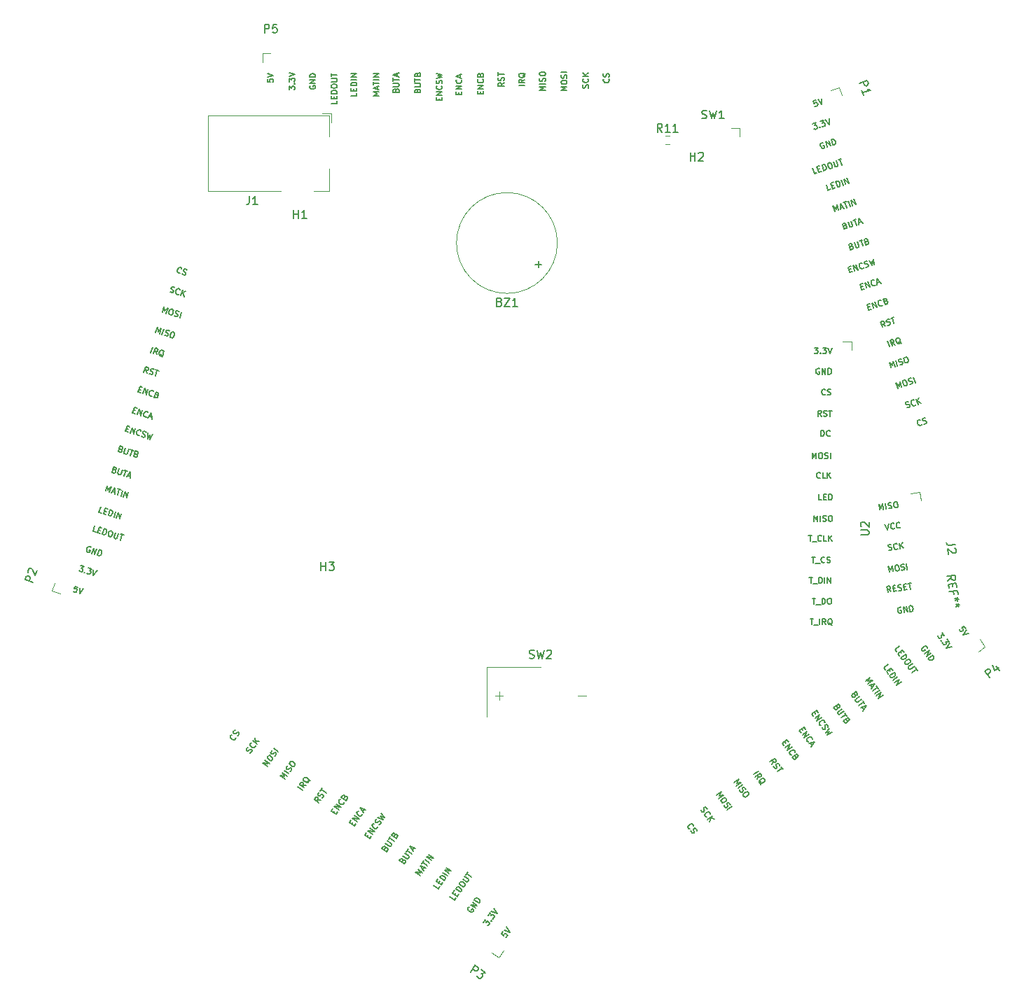
<source format=gbr>
%TF.GenerationSoftware,KiCad,Pcbnew,(5.1.7-0-10_14)*%
%TF.CreationDate,2021-04-07T15:47:16+02:00*%
%TF.ProjectId,Octogone_Sans_Regle,4f63746f-676f-46e6-955f-53616e735f52,rev?*%
%TF.SameCoordinates,Original*%
%TF.FileFunction,Legend,Top*%
%TF.FilePolarity,Positive*%
%FSLAX46Y46*%
G04 Gerber Fmt 4.6, Leading zero omitted, Abs format (unit mm)*
G04 Created by KiCad (PCBNEW (5.1.7-0-10_14)) date 2021-04-07 15:47:16*
%MOMM*%
%LPD*%
G01*
G04 APERTURE LIST*
%ADD10C,0.120000*%
%ADD11C,0.150000*%
G04 APERTURE END LIST*
D10*
%TO.C,U2*%
X163300000Y-86500000D02*
X163300000Y-87500000D01*
X162200000Y-86500000D02*
X163300000Y-86500000D01*
%TO.C,P2*%
X67629008Y-116950027D02*
X66582845Y-116610109D01*
X66582845Y-116610109D02*
X66891862Y-115659052D01*
%TO.C,J2*%
X170426176Y-104873672D02*
X171515471Y-104720581D01*
X171515471Y-104720581D02*
X171654644Y-105710850D01*
%TO.C,P3*%
X121227118Y-160107706D02*
X120580554Y-160997624D01*
X120580554Y-160997624D02*
X119771537Y-160409839D01*
%TO.C,P1*%
X160716168Y-56057794D02*
X161762331Y-55717875D01*
X161762331Y-55717875D02*
X162071348Y-56668932D01*
%TO.C,P5*%
X92040000Y-52700000D02*
X92040000Y-51600000D01*
X92040000Y-51600000D02*
X93040000Y-51600000D01*
%TO.C,P4*%
X178734466Y-122472236D02*
X179381030Y-123362155D01*
X179381030Y-123362155D02*
X178572013Y-123949940D01*
%TO.C,R11*%
X140762742Y-62622500D02*
X141237258Y-62622500D01*
X140762742Y-61577500D02*
X141237258Y-61577500D01*
%TO.C,BZ1*%
X127700000Y-74550000D02*
G75*
G03*
X127700000Y-74550000I-6100000J0D01*
G01*
%TO.C,SW1*%
X149700000Y-60650000D02*
X149700000Y-61650000D01*
X148700000Y-60650000D02*
X149700000Y-60650000D01*
%TO.C,SW2*%
X130150000Y-129350000D02*
X131150000Y-129350000D01*
X120150000Y-129350000D02*
X121150000Y-129350000D01*
X120650000Y-129350000D02*
X120150000Y-129350000D01*
X120650000Y-128850000D02*
X120650000Y-129350000D01*
X120650000Y-129850000D02*
X120650000Y-128850000D01*
X119150000Y-125850000D02*
X125650000Y-125850000D01*
X119150000Y-131850000D02*
X119150000Y-125850000D01*
%TO.C,J1*%
X100150000Y-59100000D02*
X100150000Y-61700000D01*
X85450000Y-59100000D02*
X100150000Y-59100000D01*
X100150000Y-68300000D02*
X98250000Y-68300000D01*
X100150000Y-65600000D02*
X100150000Y-68300000D01*
X85450000Y-68300000D02*
X85450000Y-59100000D01*
X94250000Y-68300000D02*
X85450000Y-68300000D01*
X99300000Y-58900000D02*
X100350000Y-58900000D01*
X100350000Y-59950000D02*
X100350000Y-58900000D01*
%TO.C,H3*%
D11*
X99138095Y-114142380D02*
X99138095Y-113142380D01*
X99138095Y-113618571D02*
X99709523Y-113618571D01*
X99709523Y-114142380D02*
X99709523Y-113142380D01*
X100090476Y-113142380D02*
X100709523Y-113142380D01*
X100376190Y-113523333D01*
X100519047Y-113523333D01*
X100614285Y-113570952D01*
X100661904Y-113618571D01*
X100709523Y-113713809D01*
X100709523Y-113951904D01*
X100661904Y-114047142D01*
X100614285Y-114094761D01*
X100519047Y-114142380D01*
X100233333Y-114142380D01*
X100138095Y-114094761D01*
X100090476Y-114047142D01*
%TO.C,H2*%
X143768095Y-64602380D02*
X143768095Y-63602380D01*
X143768095Y-64078571D02*
X144339523Y-64078571D01*
X144339523Y-64602380D02*
X144339523Y-63602380D01*
X144768095Y-63697619D02*
X144815714Y-63650000D01*
X144910952Y-63602380D01*
X145149047Y-63602380D01*
X145244285Y-63650000D01*
X145291904Y-63697619D01*
X145339523Y-63792857D01*
X145339523Y-63888095D01*
X145291904Y-64030952D01*
X144720476Y-64602380D01*
X145339523Y-64602380D01*
%TO.C,H1*%
X95798095Y-71562380D02*
X95798095Y-70562380D01*
X95798095Y-71038571D02*
X96369523Y-71038571D01*
X96369523Y-71562380D02*
X96369523Y-70562380D01*
X97369523Y-71562380D02*
X96798095Y-71562380D01*
X97083809Y-71562380D02*
X97083809Y-70562380D01*
X96988571Y-70705238D01*
X96893333Y-70800476D01*
X96798095Y-70848095D01*
%TO.C,U2*%
X164352380Y-109861904D02*
X165161904Y-109861904D01*
X165257142Y-109814285D01*
X165304761Y-109766666D01*
X165352380Y-109671428D01*
X165352380Y-109480952D01*
X165304761Y-109385714D01*
X165257142Y-109338095D01*
X165161904Y-109290476D01*
X164352380Y-109290476D01*
X164447619Y-108861904D02*
X164400000Y-108814285D01*
X164352380Y-108719047D01*
X164352380Y-108480952D01*
X164400000Y-108385714D01*
X164447619Y-108338095D01*
X164542857Y-108290476D01*
X164638095Y-108290476D01*
X164780952Y-108338095D01*
X165352380Y-108909523D01*
X165352380Y-108290476D01*
X158766666Y-87216666D02*
X159200000Y-87216666D01*
X158966666Y-87483333D01*
X159066666Y-87483333D01*
X159133333Y-87516666D01*
X159166666Y-87550000D01*
X159200000Y-87616666D01*
X159200000Y-87783333D01*
X159166666Y-87850000D01*
X159133333Y-87883333D01*
X159066666Y-87916666D01*
X158866666Y-87916666D01*
X158800000Y-87883333D01*
X158766666Y-87850000D01*
X159500000Y-87850000D02*
X159533333Y-87883333D01*
X159500000Y-87916666D01*
X159466666Y-87883333D01*
X159500000Y-87850000D01*
X159500000Y-87916666D01*
X159766666Y-87216666D02*
X160200000Y-87216666D01*
X159966666Y-87483333D01*
X160066666Y-87483333D01*
X160133333Y-87516666D01*
X160166666Y-87550000D01*
X160200000Y-87616666D01*
X160200000Y-87783333D01*
X160166666Y-87850000D01*
X160133333Y-87883333D01*
X160066666Y-87916666D01*
X159866666Y-87916666D01*
X159800000Y-87883333D01*
X159766666Y-87850000D01*
X160400000Y-87216666D02*
X160633333Y-87916666D01*
X160866666Y-87216666D01*
X159366666Y-89750000D02*
X159300000Y-89716666D01*
X159200000Y-89716666D01*
X159100000Y-89750000D01*
X159033333Y-89816666D01*
X159000000Y-89883333D01*
X158966666Y-90016666D01*
X158966666Y-90116666D01*
X159000000Y-90250000D01*
X159033333Y-90316666D01*
X159100000Y-90383333D01*
X159200000Y-90416666D01*
X159266666Y-90416666D01*
X159366666Y-90383333D01*
X159400000Y-90350000D01*
X159400000Y-90116666D01*
X159266666Y-90116666D01*
X159700000Y-90416666D02*
X159700000Y-89716666D01*
X160100000Y-90416666D01*
X160100000Y-89716666D01*
X160433333Y-90416666D02*
X160433333Y-89716666D01*
X160600000Y-89716666D01*
X160700000Y-89750000D01*
X160766666Y-89816666D01*
X160800000Y-89883333D01*
X160833333Y-90016666D01*
X160833333Y-90116666D01*
X160800000Y-90250000D01*
X160766666Y-90316666D01*
X160700000Y-90383333D01*
X160600000Y-90416666D01*
X160433333Y-90416666D01*
X160083333Y-92850000D02*
X160050000Y-92883333D01*
X159950000Y-92916666D01*
X159883333Y-92916666D01*
X159783333Y-92883333D01*
X159716666Y-92816666D01*
X159683333Y-92750000D01*
X159650000Y-92616666D01*
X159650000Y-92516666D01*
X159683333Y-92383333D01*
X159716666Y-92316666D01*
X159783333Y-92250000D01*
X159883333Y-92216666D01*
X159950000Y-92216666D01*
X160050000Y-92250000D01*
X160083333Y-92283333D01*
X160350000Y-92883333D02*
X160450000Y-92916666D01*
X160616666Y-92916666D01*
X160683333Y-92883333D01*
X160716666Y-92850000D01*
X160750000Y-92783333D01*
X160750000Y-92716666D01*
X160716666Y-92650000D01*
X160683333Y-92616666D01*
X160616666Y-92583333D01*
X160483333Y-92550000D01*
X160416666Y-92516666D01*
X160383333Y-92483333D01*
X160350000Y-92416666D01*
X160350000Y-92350000D01*
X160383333Y-92283333D01*
X160416666Y-92250000D01*
X160483333Y-92216666D01*
X160650000Y-92216666D01*
X160750000Y-92250000D01*
X159616666Y-95516666D02*
X159383333Y-95183333D01*
X159216666Y-95516666D02*
X159216666Y-94816666D01*
X159483333Y-94816666D01*
X159550000Y-94850000D01*
X159583333Y-94883333D01*
X159616666Y-94950000D01*
X159616666Y-95050000D01*
X159583333Y-95116666D01*
X159550000Y-95150000D01*
X159483333Y-95183333D01*
X159216666Y-95183333D01*
X159883333Y-95483333D02*
X159983333Y-95516666D01*
X160150000Y-95516666D01*
X160216666Y-95483333D01*
X160250000Y-95450000D01*
X160283333Y-95383333D01*
X160283333Y-95316666D01*
X160250000Y-95250000D01*
X160216666Y-95216666D01*
X160150000Y-95183333D01*
X160016666Y-95150000D01*
X159950000Y-95116666D01*
X159916666Y-95083333D01*
X159883333Y-95016666D01*
X159883333Y-94950000D01*
X159916666Y-94883333D01*
X159950000Y-94850000D01*
X160016666Y-94816666D01*
X160183333Y-94816666D01*
X160283333Y-94850000D01*
X160483333Y-94816666D02*
X160883333Y-94816666D01*
X160683333Y-95516666D02*
X160683333Y-94816666D01*
X159566666Y-97916666D02*
X159566666Y-97216666D01*
X159733333Y-97216666D01*
X159833333Y-97250000D01*
X159900000Y-97316666D01*
X159933333Y-97383333D01*
X159966666Y-97516666D01*
X159966666Y-97616666D01*
X159933333Y-97750000D01*
X159900000Y-97816666D01*
X159833333Y-97883333D01*
X159733333Y-97916666D01*
X159566666Y-97916666D01*
X160666666Y-97850000D02*
X160633333Y-97883333D01*
X160533333Y-97916666D01*
X160466666Y-97916666D01*
X160366666Y-97883333D01*
X160300000Y-97816666D01*
X160266666Y-97750000D01*
X160233333Y-97616666D01*
X160233333Y-97516666D01*
X160266666Y-97383333D01*
X160300000Y-97316666D01*
X160366666Y-97250000D01*
X160466666Y-97216666D01*
X160533333Y-97216666D01*
X160633333Y-97250000D01*
X160666666Y-97283333D01*
X158500000Y-100616666D02*
X158500000Y-99916666D01*
X158733333Y-100416666D01*
X158966666Y-99916666D01*
X158966666Y-100616666D01*
X159433333Y-99916666D02*
X159566666Y-99916666D01*
X159633333Y-99950000D01*
X159700000Y-100016666D01*
X159733333Y-100150000D01*
X159733333Y-100383333D01*
X159700000Y-100516666D01*
X159633333Y-100583333D01*
X159566666Y-100616666D01*
X159433333Y-100616666D01*
X159366666Y-100583333D01*
X159300000Y-100516666D01*
X159266666Y-100383333D01*
X159266666Y-100150000D01*
X159300000Y-100016666D01*
X159366666Y-99950000D01*
X159433333Y-99916666D01*
X160000000Y-100583333D02*
X160100000Y-100616666D01*
X160266666Y-100616666D01*
X160333333Y-100583333D01*
X160366666Y-100550000D01*
X160400000Y-100483333D01*
X160400000Y-100416666D01*
X160366666Y-100350000D01*
X160333333Y-100316666D01*
X160266666Y-100283333D01*
X160133333Y-100250000D01*
X160066666Y-100216666D01*
X160033333Y-100183333D01*
X160000000Y-100116666D01*
X160000000Y-100050000D01*
X160033333Y-99983333D01*
X160066666Y-99950000D01*
X160133333Y-99916666D01*
X160300000Y-99916666D01*
X160400000Y-99950000D01*
X160700000Y-100616666D02*
X160700000Y-99916666D01*
X159483333Y-102950000D02*
X159450000Y-102983333D01*
X159350000Y-103016666D01*
X159283333Y-103016666D01*
X159183333Y-102983333D01*
X159116666Y-102916666D01*
X159083333Y-102850000D01*
X159050000Y-102716666D01*
X159050000Y-102616666D01*
X159083333Y-102483333D01*
X159116666Y-102416666D01*
X159183333Y-102350000D01*
X159283333Y-102316666D01*
X159350000Y-102316666D01*
X159450000Y-102350000D01*
X159483333Y-102383333D01*
X160116666Y-103016666D02*
X159783333Y-103016666D01*
X159783333Y-102316666D01*
X160350000Y-103016666D02*
X160350000Y-102316666D01*
X160750000Y-103016666D02*
X160450000Y-102616666D01*
X160750000Y-102316666D02*
X160350000Y-102716666D01*
X159650000Y-105616666D02*
X159316666Y-105616666D01*
X159316666Y-104916666D01*
X159883333Y-105250000D02*
X160116666Y-105250000D01*
X160216666Y-105616666D02*
X159883333Y-105616666D01*
X159883333Y-104916666D01*
X160216666Y-104916666D01*
X160516666Y-105616666D02*
X160516666Y-104916666D01*
X160683333Y-104916666D01*
X160783333Y-104950000D01*
X160850000Y-105016666D01*
X160883333Y-105083333D01*
X160916666Y-105216666D01*
X160916666Y-105316666D01*
X160883333Y-105450000D01*
X160850000Y-105516666D01*
X160783333Y-105583333D01*
X160683333Y-105616666D01*
X160516666Y-105616666D01*
X158700000Y-108216666D02*
X158700000Y-107516666D01*
X158933333Y-108016666D01*
X159166666Y-107516666D01*
X159166666Y-108216666D01*
X159500000Y-108216666D02*
X159500000Y-107516666D01*
X159800000Y-108183333D02*
X159900000Y-108216666D01*
X160066666Y-108216666D01*
X160133333Y-108183333D01*
X160166666Y-108150000D01*
X160200000Y-108083333D01*
X160200000Y-108016666D01*
X160166666Y-107950000D01*
X160133333Y-107916666D01*
X160066666Y-107883333D01*
X159933333Y-107850000D01*
X159866666Y-107816666D01*
X159833333Y-107783333D01*
X159800000Y-107716666D01*
X159800000Y-107650000D01*
X159833333Y-107583333D01*
X159866666Y-107550000D01*
X159933333Y-107516666D01*
X160100000Y-107516666D01*
X160200000Y-107550000D01*
X160633333Y-107516666D02*
X160766666Y-107516666D01*
X160833333Y-107550000D01*
X160900000Y-107616666D01*
X160933333Y-107750000D01*
X160933333Y-107983333D01*
X160900000Y-108116666D01*
X160833333Y-108183333D01*
X160766666Y-108216666D01*
X160633333Y-108216666D01*
X160566666Y-108183333D01*
X160500000Y-108116666D01*
X160466666Y-107983333D01*
X160466666Y-107750000D01*
X160500000Y-107616666D01*
X160566666Y-107550000D01*
X160633333Y-107516666D01*
X158050000Y-109916666D02*
X158450000Y-109916666D01*
X158250000Y-110616666D02*
X158250000Y-109916666D01*
X158516666Y-110683333D02*
X159050000Y-110683333D01*
X159616666Y-110550000D02*
X159583333Y-110583333D01*
X159483333Y-110616666D01*
X159416666Y-110616666D01*
X159316666Y-110583333D01*
X159250000Y-110516666D01*
X159216666Y-110450000D01*
X159183333Y-110316666D01*
X159183333Y-110216666D01*
X159216666Y-110083333D01*
X159250000Y-110016666D01*
X159316666Y-109950000D01*
X159416666Y-109916666D01*
X159483333Y-109916666D01*
X159583333Y-109950000D01*
X159616666Y-109983333D01*
X160250000Y-110616666D02*
X159916666Y-110616666D01*
X159916666Y-109916666D01*
X160483333Y-110616666D02*
X160483333Y-109916666D01*
X160883333Y-110616666D02*
X160583333Y-110216666D01*
X160883333Y-109916666D02*
X160483333Y-110316666D01*
X158450000Y-112516666D02*
X158850000Y-112516666D01*
X158650000Y-113216666D02*
X158650000Y-112516666D01*
X158916666Y-113283333D02*
X159450000Y-113283333D01*
X160016666Y-113150000D02*
X159983333Y-113183333D01*
X159883333Y-113216666D01*
X159816666Y-113216666D01*
X159716666Y-113183333D01*
X159650000Y-113116666D01*
X159616666Y-113050000D01*
X159583333Y-112916666D01*
X159583333Y-112816666D01*
X159616666Y-112683333D01*
X159650000Y-112616666D01*
X159716666Y-112550000D01*
X159816666Y-112516666D01*
X159883333Y-112516666D01*
X159983333Y-112550000D01*
X160016666Y-112583333D01*
X160283333Y-113183333D02*
X160383333Y-113216666D01*
X160550000Y-113216666D01*
X160616666Y-113183333D01*
X160650000Y-113150000D01*
X160683333Y-113083333D01*
X160683333Y-113016666D01*
X160650000Y-112950000D01*
X160616666Y-112916666D01*
X160550000Y-112883333D01*
X160416666Y-112850000D01*
X160350000Y-112816666D01*
X160316666Y-112783333D01*
X160283333Y-112716666D01*
X160283333Y-112650000D01*
X160316666Y-112583333D01*
X160350000Y-112550000D01*
X160416666Y-112516666D01*
X160583333Y-112516666D01*
X160683333Y-112550000D01*
X158150000Y-115016666D02*
X158550000Y-115016666D01*
X158350000Y-115716666D02*
X158350000Y-115016666D01*
X158616666Y-115783333D02*
X159150000Y-115783333D01*
X159316666Y-115716666D02*
X159316666Y-115016666D01*
X159483333Y-115016666D01*
X159583333Y-115050000D01*
X159650000Y-115116666D01*
X159683333Y-115183333D01*
X159716666Y-115316666D01*
X159716666Y-115416666D01*
X159683333Y-115550000D01*
X159650000Y-115616666D01*
X159583333Y-115683333D01*
X159483333Y-115716666D01*
X159316666Y-115716666D01*
X160016666Y-115716666D02*
X160016666Y-115016666D01*
X160350000Y-115716666D02*
X160350000Y-115016666D01*
X160750000Y-115716666D01*
X160750000Y-115016666D01*
X158516666Y-117516666D02*
X158916666Y-117516666D01*
X158716666Y-118216666D02*
X158716666Y-117516666D01*
X158983333Y-118283333D02*
X159516666Y-118283333D01*
X159683333Y-118216666D02*
X159683333Y-117516666D01*
X159850000Y-117516666D01*
X159950000Y-117550000D01*
X160016666Y-117616666D01*
X160050000Y-117683333D01*
X160083333Y-117816666D01*
X160083333Y-117916666D01*
X160050000Y-118050000D01*
X160016666Y-118116666D01*
X159950000Y-118183333D01*
X159850000Y-118216666D01*
X159683333Y-118216666D01*
X160516666Y-117516666D02*
X160650000Y-117516666D01*
X160716666Y-117550000D01*
X160783333Y-117616666D01*
X160816666Y-117750000D01*
X160816666Y-117983333D01*
X160783333Y-118116666D01*
X160716666Y-118183333D01*
X160650000Y-118216666D01*
X160516666Y-118216666D01*
X160450000Y-118183333D01*
X160383333Y-118116666D01*
X160350000Y-117983333D01*
X160350000Y-117750000D01*
X160383333Y-117616666D01*
X160450000Y-117550000D01*
X160516666Y-117516666D01*
X158250000Y-120016666D02*
X158650000Y-120016666D01*
X158450000Y-120716666D02*
X158450000Y-120016666D01*
X158716666Y-120783333D02*
X159250000Y-120783333D01*
X159416666Y-120716666D02*
X159416666Y-120016666D01*
X160150000Y-120716666D02*
X159916666Y-120383333D01*
X159750000Y-120716666D02*
X159750000Y-120016666D01*
X160016666Y-120016666D01*
X160083333Y-120050000D01*
X160116666Y-120083333D01*
X160150000Y-120150000D01*
X160150000Y-120250000D01*
X160116666Y-120316666D01*
X160083333Y-120350000D01*
X160016666Y-120383333D01*
X159750000Y-120383333D01*
X160916666Y-120783333D02*
X160850000Y-120750000D01*
X160783333Y-120683333D01*
X160683333Y-120583333D01*
X160616666Y-120550000D01*
X160550000Y-120550000D01*
X160583333Y-120716666D02*
X160516666Y-120683333D01*
X160450000Y-120616666D01*
X160416666Y-120483333D01*
X160416666Y-120250000D01*
X160450000Y-120116666D01*
X160516666Y-120050000D01*
X160583333Y-120016666D01*
X160716666Y-120016666D01*
X160783333Y-120050000D01*
X160850000Y-120116666D01*
X160883333Y-120250000D01*
X160883333Y-120483333D01*
X160850000Y-120616666D01*
X160783333Y-120683333D01*
X160716666Y-120716666D01*
X160583333Y-120716666D01*
%TO.C,P2*%
X64297911Y-115592305D02*
X63346855Y-115283288D01*
X63464576Y-114920981D01*
X63539294Y-114845119D01*
X63599298Y-114814546D01*
X63704590Y-114798688D01*
X63840455Y-114842833D01*
X63916317Y-114917552D01*
X63946890Y-114977555D01*
X63962748Y-115082847D01*
X63845027Y-115445154D01*
X63731734Y-114406950D02*
X63701160Y-114346947D01*
X63685302Y-114241655D01*
X63758878Y-114015213D01*
X63833596Y-113939351D01*
X63893600Y-113908778D01*
X63998892Y-113892920D01*
X64089468Y-113922350D01*
X64210618Y-114011783D01*
X64577498Y-114731825D01*
X64768794Y-114143076D01*
X82102911Y-78174920D02*
X82060908Y-78196321D01*
X81955502Y-78197121D01*
X81892098Y-78176520D01*
X81807293Y-78113916D01*
X81764491Y-78029912D01*
X81753390Y-77956207D01*
X81762890Y-77819099D01*
X81793792Y-77723993D01*
X81866696Y-77607486D01*
X81918999Y-77554383D01*
X82003004Y-77511581D01*
X82108410Y-77510780D01*
X82171814Y-77531382D01*
X82256619Y-77593985D01*
X82278020Y-77635988D01*
X82346225Y-78289026D02*
X82431030Y-78351630D01*
X82589540Y-78403132D01*
X82663244Y-78392032D01*
X82705246Y-78370630D01*
X82757549Y-78317527D01*
X82778151Y-78254123D01*
X82767050Y-78180419D01*
X82745649Y-78138417D01*
X82692545Y-78086114D01*
X82576038Y-78013209D01*
X82522935Y-77960906D01*
X82501534Y-77918904D01*
X82490433Y-77845200D01*
X82511034Y-77781796D01*
X82563337Y-77728693D01*
X82605340Y-77707291D01*
X82679044Y-77696191D01*
X82837553Y-77747693D01*
X82922359Y-77810297D01*
X80860390Y-80434905D02*
X80945195Y-80497509D01*
X81103704Y-80549012D01*
X81177409Y-80537911D01*
X81219411Y-80516510D01*
X81271714Y-80463406D01*
X81292315Y-80400003D01*
X81281215Y-80326298D01*
X81259813Y-80284296D01*
X81206710Y-80231993D01*
X81090203Y-80159089D01*
X81037100Y-80106786D01*
X81015699Y-80064783D01*
X81004598Y-79991079D01*
X81025199Y-79927675D01*
X81077502Y-79874572D01*
X81119504Y-79853171D01*
X81193209Y-79842070D01*
X81351718Y-79893573D01*
X81436523Y-79956176D01*
X81916853Y-80743122D02*
X81874850Y-80764523D01*
X81769444Y-80765324D01*
X81706040Y-80744722D01*
X81621235Y-80682119D01*
X81578432Y-80598114D01*
X81567332Y-80524410D01*
X81576832Y-80387301D01*
X81607734Y-80292196D01*
X81680638Y-80175689D01*
X81732941Y-80122586D01*
X81816946Y-80079783D01*
X81922352Y-80078983D01*
X81985756Y-80099584D01*
X82070561Y-80162188D01*
X82091962Y-80204190D01*
X82181568Y-80899231D02*
X82397880Y-80233491D01*
X82561991Y-81022838D02*
X82400281Y-80549710D01*
X82778303Y-80357098D02*
X82274273Y-80613914D01*
X79951540Y-82908452D02*
X80167852Y-82242712D01*
X80235257Y-82790344D01*
X80611678Y-82386920D01*
X80395366Y-83052660D01*
X81055505Y-82531128D02*
X81182312Y-82572330D01*
X81235415Y-82624633D01*
X81278218Y-82708638D01*
X81268718Y-82845746D01*
X81196614Y-83067659D01*
X81123709Y-83184166D01*
X81039705Y-83226969D01*
X80966000Y-83238070D01*
X80839193Y-83196868D01*
X80786089Y-83144565D01*
X80743287Y-83060560D01*
X80752787Y-82923452D01*
X80824891Y-82701538D01*
X80897795Y-82585031D01*
X80981800Y-82542229D01*
X81055505Y-82531128D01*
X81388425Y-83340275D02*
X81473230Y-83402879D01*
X81631740Y-83454382D01*
X81705444Y-83443281D01*
X81747447Y-83421880D01*
X81799750Y-83368776D01*
X81820351Y-83305373D01*
X81809250Y-83231668D01*
X81787849Y-83189666D01*
X81734745Y-83137363D01*
X81618238Y-83064459D01*
X81565135Y-83012156D01*
X81543734Y-82970153D01*
X81532633Y-82896449D01*
X81553234Y-82833045D01*
X81605537Y-82779942D01*
X81647540Y-82758541D01*
X81721244Y-82747440D01*
X81879754Y-82798943D01*
X81964559Y-82861546D01*
X82043864Y-83588289D02*
X82260176Y-82922550D01*
X79148096Y-85381199D02*
X79364408Y-84715459D01*
X79431813Y-85263091D01*
X79808234Y-84859667D01*
X79591922Y-85525407D01*
X79908941Y-85628412D02*
X80125253Y-84962673D01*
X80204559Y-85689416D02*
X80289364Y-85752019D01*
X80447873Y-85803522D01*
X80521578Y-85792421D01*
X80563580Y-85771020D01*
X80615883Y-85717917D01*
X80636484Y-85654513D01*
X80625383Y-85580809D01*
X80603982Y-85538806D01*
X80550879Y-85486503D01*
X80434372Y-85413599D01*
X80381269Y-85361296D01*
X80359867Y-85319293D01*
X80348767Y-85245589D01*
X80369368Y-85182185D01*
X80421671Y-85129082D01*
X80463673Y-85107681D01*
X80537378Y-85096580D01*
X80695887Y-85148083D01*
X80780692Y-85210687D01*
X81203117Y-85312892D02*
X81329925Y-85354094D01*
X81383028Y-85406397D01*
X81425830Y-85490402D01*
X81416330Y-85627510D01*
X81344226Y-85849423D01*
X81271322Y-85965930D01*
X81187317Y-86008733D01*
X81113613Y-86019834D01*
X80986805Y-85978632D01*
X80933702Y-85926329D01*
X80890899Y-85842324D01*
X80900400Y-85705216D01*
X80972504Y-85483302D01*
X81045408Y-85366795D01*
X81129413Y-85323993D01*
X81203117Y-85312892D01*
X78549914Y-87815493D02*
X78766226Y-87149754D01*
X79247355Y-88042106D02*
X79128448Y-87652983D01*
X78866932Y-87918499D02*
X79083244Y-87252759D01*
X79336859Y-87335164D01*
X79389963Y-87387467D01*
X79411364Y-87429469D01*
X79422465Y-87503174D01*
X79391563Y-87598279D01*
X79339260Y-87651383D01*
X79297258Y-87672784D01*
X79223553Y-87683885D01*
X78969938Y-87601480D01*
X79955897Y-88342422D02*
X79902794Y-88290119D01*
X79859991Y-88206115D01*
X79795787Y-88080107D01*
X79742684Y-88027804D01*
X79679280Y-88007203D01*
X79659480Y-88176013D02*
X79606376Y-88123710D01*
X79563574Y-88039705D01*
X79573074Y-87902597D01*
X79645178Y-87680684D01*
X79718082Y-87564177D01*
X79802087Y-87521374D01*
X79875791Y-87510273D01*
X80002599Y-87551476D01*
X80055702Y-87603779D01*
X80098505Y-87687784D01*
X80089004Y-87824892D01*
X80016900Y-88046805D01*
X79943996Y-88163312D01*
X79859991Y-88206115D01*
X79786287Y-88217215D01*
X79659480Y-88176013D01*
X78094389Y-90296142D02*
X77975482Y-89907019D01*
X77713967Y-90172535D02*
X77930279Y-89506796D01*
X78183894Y-89589200D01*
X78236997Y-89641503D01*
X78258398Y-89683506D01*
X78269499Y-89757210D01*
X78238597Y-89852316D01*
X78186294Y-89905419D01*
X78144292Y-89926820D01*
X78070588Y-89937921D01*
X77816973Y-89855516D01*
X78358305Y-90346845D02*
X78443110Y-90409448D01*
X78601620Y-90460951D01*
X78675324Y-90449850D01*
X78717326Y-90428449D01*
X78769629Y-90375346D01*
X78790231Y-90311942D01*
X78779130Y-90238238D01*
X78757728Y-90196235D01*
X78704625Y-90143932D01*
X78588118Y-90071028D01*
X78535015Y-90018725D01*
X78513614Y-89976722D01*
X78502513Y-89903018D01*
X78523114Y-89839614D01*
X78575417Y-89786511D01*
X78617420Y-89765110D01*
X78691124Y-89754009D01*
X78849633Y-89805512D01*
X78934438Y-89868116D01*
X79134950Y-89898217D02*
X79515373Y-90021824D01*
X79108850Y-90625760D02*
X79325162Y-89960020D01*
X77118135Y-92222055D02*
X77340048Y-92294159D01*
X77321847Y-92673781D02*
X77004828Y-92570776D01*
X77221140Y-91905036D01*
X77538159Y-92008042D01*
X77607164Y-92766486D02*
X77823476Y-92100747D01*
X77987587Y-92890093D01*
X78203899Y-92224354D01*
X78705629Y-93053302D02*
X78663627Y-93074703D01*
X78558221Y-93075503D01*
X78494817Y-93054902D01*
X78410012Y-92992299D01*
X78367209Y-92908294D01*
X78356108Y-92834590D01*
X78365609Y-92697481D01*
X78396511Y-92602376D01*
X78469415Y-92485869D01*
X78521718Y-92432766D01*
X78605723Y-92389963D01*
X78711129Y-92389163D01*
X78774533Y-92409764D01*
X78859338Y-92472367D01*
X78880739Y-92514370D01*
X79305565Y-92932794D02*
X79390370Y-92995398D01*
X79411771Y-93037400D01*
X79422872Y-93111104D01*
X79391970Y-93206210D01*
X79339667Y-93259313D01*
X79297665Y-93280715D01*
X79223960Y-93291815D01*
X78970345Y-93209411D01*
X79186657Y-92543671D01*
X79408570Y-92615775D01*
X79461673Y-92668078D01*
X79483075Y-92710081D01*
X79494176Y-92783785D01*
X79473574Y-92847189D01*
X79421271Y-92900292D01*
X79379269Y-92921693D01*
X79305565Y-92932794D01*
X79083651Y-92860690D01*
X76457349Y-94741155D02*
X76679263Y-94813259D01*
X76661062Y-95192881D02*
X76344043Y-95089876D01*
X76560355Y-94424136D01*
X76877374Y-94527142D01*
X76946379Y-95285586D02*
X77162691Y-94619847D01*
X77326802Y-95409193D01*
X77543113Y-94743454D01*
X78044844Y-95572402D02*
X78002842Y-95593803D01*
X77897435Y-95594603D01*
X77834032Y-95574002D01*
X77749227Y-95511399D01*
X77706424Y-95427394D01*
X77695323Y-95353689D01*
X77704824Y-95216581D01*
X77735725Y-95121476D01*
X77808629Y-95004969D01*
X77860933Y-94951865D01*
X77944937Y-94909063D01*
X78050344Y-94908263D01*
X78113747Y-94928864D01*
X78198552Y-94991467D01*
X78219954Y-95033470D01*
X78339661Y-95527999D02*
X78656680Y-95631004D01*
X78214454Y-95697609D02*
X78652679Y-95103973D01*
X78658281Y-95841817D01*
X75588901Y-96982488D02*
X75810814Y-97054592D01*
X75792614Y-97434215D02*
X75475595Y-97331209D01*
X75691907Y-96665470D01*
X76008925Y-96768475D01*
X76077930Y-97526920D02*
X76294242Y-96861180D01*
X76458353Y-97650527D01*
X76674665Y-96984787D01*
X77176396Y-97813735D02*
X77134393Y-97835137D01*
X77028987Y-97835937D01*
X76965583Y-97815336D01*
X76880778Y-97752732D01*
X76837976Y-97668727D01*
X76826875Y-97595023D01*
X76836375Y-97457915D01*
X76867277Y-97362809D01*
X76940181Y-97246302D01*
X76992484Y-97193199D01*
X77076489Y-97150396D01*
X77181895Y-97149596D01*
X77245299Y-97170197D01*
X77330104Y-97232801D01*
X77351505Y-97274803D01*
X77419710Y-97927842D02*
X77504515Y-97990445D01*
X77663025Y-98041948D01*
X77736729Y-98030848D01*
X77778731Y-98009446D01*
X77831034Y-97956343D01*
X77851636Y-97892939D01*
X77840535Y-97819235D01*
X77819134Y-97777232D01*
X77766030Y-97724929D01*
X77649523Y-97652025D01*
X77596420Y-97599722D01*
X77575019Y-97557720D01*
X77563918Y-97484016D01*
X77584519Y-97420612D01*
X77636822Y-97367509D01*
X77678825Y-97346107D01*
X77752529Y-97335006D01*
X77911038Y-97386509D01*
X77995844Y-97449113D01*
X78228057Y-97489515D02*
X78170255Y-98206757D01*
X78451571Y-97772431D01*
X78423870Y-98289162D01*
X78798691Y-97674925D01*
X74943966Y-99506738D02*
X75028771Y-99569341D01*
X75050172Y-99611344D01*
X75061273Y-99685048D01*
X75030371Y-99780154D01*
X74978068Y-99833257D01*
X74936066Y-99854658D01*
X74862361Y-99865759D01*
X74608746Y-99783355D01*
X74825058Y-99117615D01*
X75046971Y-99189719D01*
X75100074Y-99242022D01*
X75121476Y-99284024D01*
X75132577Y-99357729D01*
X75111975Y-99421133D01*
X75059672Y-99474236D01*
X75017670Y-99495637D01*
X74943966Y-99506738D01*
X74722052Y-99434634D01*
X75490798Y-99333927D02*
X75315688Y-99872859D01*
X75326789Y-99946563D01*
X75348190Y-99988566D01*
X75401293Y-100040869D01*
X75528101Y-100082071D01*
X75601805Y-100070970D01*
X75643808Y-100049569D01*
X75696111Y-99996466D01*
X75871220Y-99457534D01*
X76093133Y-99529638D02*
X76473556Y-99653244D01*
X76067033Y-100257181D02*
X76283345Y-99591441D01*
X76814377Y-100114471D02*
X76899182Y-100177075D01*
X76920583Y-100219077D01*
X76931684Y-100292782D01*
X76900782Y-100387887D01*
X76848479Y-100440990D01*
X76806477Y-100462392D01*
X76732772Y-100473493D01*
X76479157Y-100391088D01*
X76695469Y-99725348D01*
X76917382Y-99797452D01*
X76970486Y-99849755D01*
X76991887Y-99891758D01*
X77002988Y-99965462D01*
X76982387Y-100028866D01*
X76930084Y-100081969D01*
X76888081Y-100103370D01*
X76814377Y-100114471D01*
X76592464Y-100042367D01*
X74188074Y-101994936D02*
X74272880Y-102057539D01*
X74294281Y-102099542D01*
X74305382Y-102173246D01*
X74274480Y-102268352D01*
X74222177Y-102321455D01*
X74180174Y-102342856D01*
X74106470Y-102353957D01*
X73852855Y-102271552D01*
X74069167Y-101605813D01*
X74291080Y-101677917D01*
X74344183Y-101730220D01*
X74365585Y-101772222D01*
X74376685Y-101845927D01*
X74356084Y-101909330D01*
X74303781Y-101962434D01*
X74261779Y-101983835D01*
X74188074Y-101994936D01*
X73966161Y-101922832D01*
X74734906Y-101822125D02*
X74559797Y-102361057D01*
X74570898Y-102434761D01*
X74592299Y-102476764D01*
X74645402Y-102529067D01*
X74772210Y-102570269D01*
X74845914Y-102559168D01*
X74887916Y-102537767D01*
X74940219Y-102484664D01*
X75115329Y-101945732D01*
X75337242Y-102017836D02*
X75717665Y-102141442D01*
X75311142Y-102745378D02*
X75527454Y-102079639D01*
X75753368Y-102678774D02*
X76070387Y-102781780D01*
X75628161Y-102848384D02*
X76066386Y-102254749D01*
X76071987Y-102992592D01*
X73095364Y-104548938D02*
X73311676Y-103883198D01*
X73379080Y-104430830D01*
X73755502Y-104027406D01*
X73539190Y-104693146D01*
X73886310Y-104595639D02*
X74203329Y-104698645D01*
X73761103Y-104765250D02*
X74199328Y-104171614D01*
X74204930Y-104909458D01*
X74548049Y-104284920D02*
X74928472Y-104408527D01*
X74521949Y-105012463D02*
X74738260Y-104346724D01*
X74934073Y-105146371D02*
X75150385Y-104480631D01*
X75251092Y-105249376D02*
X75467404Y-104583637D01*
X75631514Y-105372983D01*
X75847826Y-104707243D01*
X72593888Y-107224947D02*
X72276869Y-107121941D01*
X72493181Y-106456201D01*
X72929107Y-106948330D02*
X73151020Y-107020434D01*
X73132820Y-107400056D02*
X72815801Y-107297051D01*
X73032113Y-106631311D01*
X73349131Y-106734317D01*
X73418137Y-107492761D02*
X73634448Y-106827022D01*
X73792958Y-106878525D01*
X73877763Y-106941128D01*
X73920566Y-107025133D01*
X73931666Y-107098838D01*
X73922166Y-107235946D01*
X73891264Y-107331051D01*
X73818360Y-107447558D01*
X73766057Y-107500661D01*
X73682052Y-107543464D01*
X73576646Y-107544264D01*
X73418137Y-107492761D01*
X74083876Y-107709073D02*
X74300188Y-107043334D01*
X74400895Y-107812079D02*
X74617207Y-107146339D01*
X74781318Y-107935686D01*
X74997629Y-107269946D01*
X71883948Y-109517783D02*
X71566929Y-109414777D01*
X71783241Y-108749038D01*
X72219168Y-109241166D02*
X72441081Y-109313270D01*
X72422880Y-109692892D02*
X72105861Y-109589887D01*
X72322173Y-108924147D01*
X72639192Y-109027153D01*
X72708197Y-109785597D02*
X72924509Y-109119858D01*
X73083018Y-109171361D01*
X73167824Y-109233964D01*
X73210626Y-109317969D01*
X73221727Y-109391674D01*
X73212227Y-109528782D01*
X73181325Y-109623887D01*
X73108421Y-109740394D01*
X73056118Y-109793497D01*
X72972113Y-109836300D01*
X72866707Y-109837100D01*
X72708197Y-109785597D01*
X73717056Y-109377372D02*
X73843864Y-109418574D01*
X73896967Y-109470877D01*
X73939770Y-109554882D01*
X73930269Y-109691990D01*
X73858165Y-109913904D01*
X73785261Y-110030411D01*
X73701256Y-110073213D01*
X73627552Y-110084314D01*
X73500744Y-110043112D01*
X73447641Y-109990809D01*
X73404838Y-109906804D01*
X73414339Y-109769696D01*
X73486443Y-109547782D01*
X73559347Y-109431275D01*
X73643352Y-109388473D01*
X73717056Y-109377372D01*
X74287690Y-109562782D02*
X74112580Y-110101714D01*
X74123681Y-110175419D01*
X74145082Y-110217421D01*
X74198186Y-110269724D01*
X74324993Y-110310926D01*
X74398698Y-110299826D01*
X74440700Y-110278424D01*
X74493003Y-110225321D01*
X74668113Y-109686389D01*
X74890026Y-109758493D02*
X75270448Y-109882100D01*
X74863925Y-110486036D02*
X75080237Y-109820296D01*
X71302366Y-111361644D02*
X71249263Y-111309341D01*
X71154157Y-111278439D01*
X71048751Y-111279239D01*
X70964746Y-111322042D01*
X70912443Y-111375145D01*
X70839539Y-111491652D01*
X70808637Y-111586758D01*
X70799137Y-111723866D01*
X70810238Y-111797570D01*
X70853040Y-111881575D01*
X70937846Y-111944179D01*
X71001249Y-111964780D01*
X71106656Y-111963979D01*
X71148658Y-111942578D01*
X71220762Y-111720665D01*
X71093954Y-111679463D01*
X71413374Y-112098687D02*
X71629686Y-111432947D01*
X71793796Y-112222294D01*
X72010108Y-111556554D01*
X72110815Y-112325299D02*
X72327127Y-111659560D01*
X72485637Y-111711063D01*
X72570442Y-111773666D01*
X72613244Y-111857671D01*
X72624345Y-111931376D01*
X72614845Y-112068484D01*
X72583943Y-112163589D01*
X72511039Y-112280096D01*
X72458736Y-112333199D01*
X72374731Y-112376002D01*
X72269325Y-112376802D01*
X72110815Y-112325299D01*
X70064597Y-113553073D02*
X70476721Y-113686981D01*
X70172403Y-113868492D01*
X70267509Y-113899393D01*
X70320612Y-113951696D01*
X70342014Y-113993699D01*
X70353114Y-114067403D01*
X70301611Y-114225913D01*
X70249308Y-114279016D01*
X70207306Y-114300417D01*
X70133602Y-114311518D01*
X69943390Y-114249715D01*
X69890287Y-114197412D01*
X69868886Y-114155409D01*
X70566327Y-114382022D02*
X70587729Y-114424024D01*
X70545726Y-114445425D01*
X70524325Y-114403423D01*
X70566327Y-114382022D01*
X70545726Y-114445425D01*
X71015653Y-113862090D02*
X71427778Y-113995998D01*
X71123460Y-114177509D01*
X71218566Y-114208410D01*
X71271669Y-114260713D01*
X71293070Y-114302716D01*
X71304171Y-114376420D01*
X71252668Y-114534930D01*
X71200365Y-114588033D01*
X71158363Y-114609434D01*
X71084658Y-114620535D01*
X70894447Y-114558732D01*
X70841344Y-114506429D01*
X70819942Y-114464426D01*
X71617989Y-114057801D02*
X71623590Y-114795645D01*
X72061815Y-114202009D01*
X69736680Y-116180329D02*
X69419662Y-116077323D01*
X69284954Y-116384041D01*
X69326957Y-116362640D01*
X69400661Y-116351539D01*
X69559170Y-116403042D01*
X69612273Y-116455345D01*
X69633675Y-116497347D01*
X69644776Y-116571052D01*
X69593273Y-116729561D01*
X69540970Y-116782664D01*
X69498967Y-116804066D01*
X69425263Y-116815166D01*
X69266754Y-116763664D01*
X69213650Y-116711361D01*
X69192249Y-116669358D01*
X69958594Y-116252433D02*
X69964195Y-116990276D01*
X70402420Y-116396640D01*
%TO.C,J2*%
X175786166Y-111054523D02*
X175078832Y-111153933D01*
X174930738Y-111126659D01*
X174823172Y-111045602D01*
X174756134Y-110910763D01*
X174742880Y-110816451D01*
X175751500Y-111492178D02*
X175805283Y-111532707D01*
X175865694Y-111620391D01*
X175898830Y-111856169D01*
X175864929Y-111957107D01*
X175824401Y-112010890D01*
X175736717Y-112071301D01*
X175642405Y-112084555D01*
X175494311Y-112057281D01*
X174848916Y-111570941D01*
X174935071Y-112183964D01*
X167749599Y-111695905D02*
X167853265Y-111714997D01*
X168018309Y-111691801D01*
X168079688Y-111649514D01*
X168108058Y-111611866D01*
X168131789Y-111541209D01*
X168122510Y-111475191D01*
X168080223Y-111413813D01*
X168042575Y-111385443D01*
X167971918Y-111361712D01*
X167835243Y-111347259D01*
X167764586Y-111323529D01*
X167726938Y-111295159D01*
X167684651Y-111233780D01*
X167675373Y-111167762D01*
X167699104Y-111097105D01*
X167727474Y-111059457D01*
X167788852Y-111017170D01*
X167953897Y-110993975D01*
X168057563Y-111013066D01*
X168834254Y-111509806D02*
X168805885Y-111547454D01*
X168711497Y-111594380D01*
X168645479Y-111603658D01*
X168541813Y-111584567D01*
X168466517Y-111527827D01*
X168424230Y-111466448D01*
X168372665Y-111339052D01*
X168358747Y-111240025D01*
X168373200Y-111103350D01*
X168396930Y-111032693D01*
X168453670Y-110957397D01*
X168548058Y-110910471D01*
X168614076Y-110901193D01*
X168717742Y-110920284D01*
X168755390Y-110948654D01*
X169140613Y-111534072D02*
X169043192Y-110840884D01*
X169536720Y-111478403D02*
X169183971Y-111124047D01*
X169439299Y-110785215D02*
X169098861Y-111236991D01*
X166662265Y-106833244D02*
X166564844Y-106140056D01*
X166865493Y-106602716D01*
X167026969Y-106075109D01*
X167124390Y-106768296D01*
X167454480Y-106721905D02*
X167357058Y-106028718D01*
X167746921Y-106647144D02*
X167850587Y-106666236D01*
X168015631Y-106643041D01*
X168077010Y-106600753D01*
X168105380Y-106563105D01*
X168129111Y-106492448D01*
X168119833Y-106426431D01*
X168077545Y-106365052D01*
X168039897Y-106336682D01*
X167969240Y-106312951D01*
X167832566Y-106298499D01*
X167761909Y-106274768D01*
X167724261Y-106246398D01*
X167681973Y-106185019D01*
X167672695Y-106119001D01*
X167696426Y-106048345D01*
X167724796Y-106010696D01*
X167786175Y-105968409D01*
X167951219Y-105945214D01*
X168054885Y-105964305D01*
X168479362Y-105870988D02*
X168611398Y-105852432D01*
X168682055Y-105876162D01*
X168757351Y-105932902D01*
X168808916Y-106060299D01*
X168841390Y-106291361D01*
X168826938Y-106428036D01*
X168770198Y-106503332D01*
X168708819Y-106545619D01*
X168576783Y-106564176D01*
X168506126Y-106540445D01*
X168430830Y-106483705D01*
X168379265Y-106356309D01*
X168346791Y-106125246D01*
X168361244Y-105988571D01*
X168417983Y-105913275D01*
X168479362Y-105870988D01*
X167275876Y-108564696D02*
X167604359Y-109225410D01*
X167738001Y-108499748D01*
X168453313Y-109038775D02*
X168424944Y-109076423D01*
X168330556Y-109123349D01*
X168264538Y-109132627D01*
X168160872Y-109113536D01*
X168085576Y-109056796D01*
X168043289Y-108995417D01*
X167991724Y-108868021D01*
X167977806Y-108768994D01*
X167992259Y-108632319D01*
X168015990Y-108561662D01*
X168072729Y-108486366D01*
X168167117Y-108439440D01*
X168233135Y-108430162D01*
X168336801Y-108449253D01*
X168374449Y-108477623D01*
X169146501Y-108941354D02*
X169118131Y-108979002D01*
X169023744Y-109025928D01*
X168957726Y-109035206D01*
X168854060Y-109016115D01*
X168778764Y-108959375D01*
X168736477Y-108897996D01*
X168684911Y-108770600D01*
X168670994Y-108671573D01*
X168685446Y-108534898D01*
X168709177Y-108464241D01*
X168765917Y-108388945D01*
X168860305Y-108342019D01*
X168926322Y-108332740D01*
X169029988Y-108351832D01*
X169067636Y-108380202D01*
X174885291Y-115422408D02*
X175310456Y-115026046D01*
X174805763Y-114856541D02*
X175796032Y-114717368D01*
X175849050Y-115094613D01*
X175815149Y-115195551D01*
X175774620Y-115249334D01*
X175686937Y-115309744D01*
X175545470Y-115329626D01*
X175444531Y-115295725D01*
X175390748Y-115255197D01*
X175330338Y-115167513D01*
X175277320Y-114790268D01*
X175463648Y-115773909D02*
X175510039Y-116103998D01*
X175011209Y-116318365D02*
X174944937Y-115846809D01*
X175935205Y-115707636D01*
X176001478Y-116179192D01*
X175635958Y-116999955D02*
X175589567Y-116669866D01*
X175070855Y-116742766D02*
X176061123Y-116603593D01*
X176127396Y-117075149D01*
X176200296Y-117593861D02*
X175964518Y-117626997D01*
X176025693Y-117377964D02*
X175964518Y-117626997D01*
X176091966Y-117849521D01*
X175756014Y-117512039D02*
X175964518Y-117626997D01*
X175795778Y-117794973D01*
X176306333Y-118348351D02*
X176070555Y-118381487D01*
X176131730Y-118132454D02*
X176070555Y-118381487D01*
X176198002Y-118604011D01*
X175862050Y-118266529D02*
X176070555Y-118381487D01*
X175901814Y-118549463D01*
X167819008Y-114345364D02*
X167721587Y-113652176D01*
X168022236Y-114114836D01*
X168183712Y-113587229D01*
X168281133Y-114280416D01*
X168645837Y-113522281D02*
X168777873Y-113503725D01*
X168848530Y-113527456D01*
X168923826Y-113584195D01*
X168975391Y-113711592D01*
X169007865Y-113942654D01*
X168993412Y-114079329D01*
X168936673Y-114154625D01*
X168875294Y-114196912D01*
X168743258Y-114215469D01*
X168672601Y-114191738D01*
X168597305Y-114134999D01*
X168545740Y-114007602D01*
X168513266Y-113776539D01*
X168527719Y-113639864D01*
X168584458Y-113564568D01*
X168645837Y-113522281D01*
X169299771Y-114103595D02*
X169403437Y-114122687D01*
X169568482Y-114099491D01*
X169629860Y-114057204D01*
X169658230Y-114019556D01*
X169681961Y-113948899D01*
X169672683Y-113882881D01*
X169630396Y-113821503D01*
X169592748Y-113793133D01*
X169522091Y-113769402D01*
X169385416Y-113754949D01*
X169314759Y-113731219D01*
X169277111Y-113702849D01*
X169234824Y-113641470D01*
X169225545Y-113575452D01*
X169249276Y-113504795D01*
X169277646Y-113467147D01*
X169339025Y-113424860D01*
X169504069Y-113401665D01*
X169607735Y-113420756D01*
X169997598Y-114039183D02*
X169900177Y-113345995D01*
X168037491Y-116738244D02*
X167760038Y-116440628D01*
X167641384Y-116793913D02*
X167543963Y-116100726D01*
X167808035Y-116063613D01*
X167878692Y-116087344D01*
X167916340Y-116115713D01*
X167958627Y-116177092D01*
X167972544Y-116276119D01*
X167948813Y-116346776D01*
X167920443Y-116384424D01*
X167859065Y-116426711D01*
X167594993Y-116463824D01*
X168283542Y-116333394D02*
X168514604Y-116300920D01*
X168664661Y-116650101D02*
X168334572Y-116696492D01*
X168237151Y-116003304D01*
X168567240Y-115956913D01*
X168924094Y-116579979D02*
X169027760Y-116599071D01*
X169192804Y-116575875D01*
X169254183Y-116533588D01*
X169282553Y-116495940D01*
X169306284Y-116425283D01*
X169297005Y-116359265D01*
X169254718Y-116297887D01*
X169217070Y-116269517D01*
X169146413Y-116245786D01*
X169009738Y-116231334D01*
X168939081Y-116207603D01*
X168901433Y-116179233D01*
X168859146Y-116117854D01*
X168849868Y-116051836D01*
X168873599Y-115981179D01*
X168901969Y-115943531D01*
X168963347Y-115901244D01*
X169128392Y-115878049D01*
X169232058Y-115897140D01*
X169570890Y-116152469D02*
X169801953Y-116119995D01*
X169952010Y-116469176D02*
X169621920Y-116515567D01*
X169524499Y-115822379D01*
X169854589Y-115775988D01*
X170052642Y-115748154D02*
X170448749Y-115692485D01*
X170348117Y-116413507D02*
X170250696Y-115720319D01*
X169195214Y-118628852D02*
X169124557Y-118605122D01*
X169025530Y-118619039D01*
X168931142Y-118665965D01*
X168874403Y-118741261D01*
X168850672Y-118811918D01*
X168836220Y-118948593D01*
X168850137Y-119047620D01*
X168901702Y-119175017D01*
X168943989Y-119236395D01*
X169019285Y-119293135D01*
X169122951Y-119312227D01*
X169188969Y-119302948D01*
X169283357Y-119256022D01*
X169311727Y-119218374D01*
X169279253Y-118987312D01*
X169147217Y-119005868D01*
X169618085Y-119242640D02*
X169520664Y-118549452D01*
X170014193Y-119186971D01*
X169916771Y-118493783D01*
X170344282Y-119140580D02*
X170246861Y-118447392D01*
X170411905Y-118424197D01*
X170515571Y-118443288D01*
X170590867Y-118500028D01*
X170633155Y-118561407D01*
X170684720Y-118688803D01*
X170698637Y-118787830D01*
X170684185Y-118924505D01*
X170660454Y-118995162D01*
X170603714Y-119070458D01*
X170509327Y-119117384D01*
X170344282Y-119140580D01*
%TO.C,P3*%
X117180413Y-162720491D02*
X117768198Y-161911474D01*
X118076395Y-162135392D01*
X118125455Y-162229896D01*
X118135990Y-162296411D01*
X118118535Y-162401450D01*
X118034565Y-162517024D01*
X117940061Y-162566083D01*
X117873547Y-162576618D01*
X117768508Y-162559163D01*
X117460311Y-162335245D01*
X118500166Y-162443280D02*
X119000986Y-162807147D01*
X118507396Y-162919415D01*
X118622969Y-163003385D01*
X118672029Y-163097889D01*
X118682564Y-163164403D01*
X118665109Y-163269442D01*
X118525160Y-163462065D01*
X118430656Y-163511125D01*
X118364141Y-163521659D01*
X118259102Y-163504205D01*
X118027955Y-163336266D01*
X117978895Y-163241762D01*
X117968360Y-163175247D01*
X88822482Y-134360038D02*
X88829856Y-134406598D01*
X88798045Y-134507093D01*
X88758859Y-134561027D01*
X88673113Y-134622336D01*
X88579993Y-134637085D01*
X88506466Y-134624866D01*
X88379004Y-134573462D01*
X88298103Y-134514684D01*
X88209826Y-134409345D01*
X88175485Y-134343192D01*
X88160736Y-134250072D01*
X88192547Y-134149578D01*
X88231733Y-134095643D01*
X88317479Y-134034334D01*
X88364039Y-134026960D01*
X89006192Y-134163893D02*
X89091938Y-134102584D01*
X89189902Y-133967748D01*
X89202120Y-133894221D01*
X89194746Y-133847661D01*
X89160404Y-133781508D01*
X89106470Y-133742322D01*
X89032942Y-133730104D01*
X88986382Y-133737478D01*
X88920229Y-133771820D01*
X88814891Y-133860096D01*
X88748738Y-133894437D01*
X88702178Y-133901812D01*
X88628651Y-133889593D01*
X88574716Y-133850408D01*
X88540374Y-133784255D01*
X88533000Y-133737695D01*
X88545218Y-133664167D01*
X88643183Y-133529331D01*
X88728928Y-133468022D01*
X90587895Y-136240119D02*
X90673641Y-136178810D01*
X90771605Y-136043974D01*
X90783824Y-135970447D01*
X90776449Y-135923887D01*
X90742108Y-135857734D01*
X90688173Y-135818548D01*
X90614646Y-135806329D01*
X90568086Y-135813704D01*
X90501933Y-135848046D01*
X90396594Y-135936322D01*
X90330441Y-135970663D01*
X90283881Y-135978038D01*
X90210354Y-135965819D01*
X90156420Y-135926633D01*
X90122078Y-135860481D01*
X90114704Y-135813920D01*
X90126922Y-135740393D01*
X90224886Y-135605557D01*
X90310632Y-135544248D01*
X91207492Y-135330607D02*
X91214866Y-135377167D01*
X91183055Y-135477662D01*
X91143869Y-135531596D01*
X91058123Y-135592905D01*
X90965003Y-135607654D01*
X90891476Y-135595436D01*
X90764014Y-135544032D01*
X90683113Y-135485253D01*
X90594836Y-135379914D01*
X90560495Y-135313762D01*
X90545746Y-135220641D01*
X90577557Y-135120147D01*
X90616743Y-135066212D01*
X90702489Y-135004903D01*
X90749049Y-134997529D01*
X91437762Y-135127088D02*
X90871450Y-134715638D01*
X91672876Y-134803481D02*
X91172934Y-134811072D01*
X91106564Y-134392032D02*
X91195057Y-134950752D01*
X92659527Y-137868855D02*
X92093216Y-137457406D01*
X92634874Y-137562528D01*
X92367515Y-137079864D01*
X92933827Y-137491314D01*
X92641815Y-136702323D02*
X92720186Y-136594454D01*
X92786339Y-136560112D01*
X92879460Y-136545364D01*
X93006921Y-136596768D01*
X93195692Y-136733918D01*
X93283968Y-136839256D01*
X93298717Y-136932376D01*
X93286498Y-137005904D01*
X93208127Y-137113773D01*
X93141974Y-137148114D01*
X93048854Y-137162863D01*
X92921392Y-137111459D01*
X92732622Y-136974309D01*
X92644345Y-136868970D01*
X92629597Y-136775850D01*
X92641815Y-136702323D01*
X93514238Y-136635737D02*
X93599984Y-136574428D01*
X93697948Y-136439592D01*
X93710167Y-136366065D01*
X93702792Y-136319504D01*
X93668450Y-136253352D01*
X93614516Y-136214166D01*
X93540989Y-136201947D01*
X93494429Y-136209322D01*
X93428276Y-136243663D01*
X93322937Y-136331940D01*
X93256784Y-136366281D01*
X93210224Y-136373656D01*
X93136697Y-136361437D01*
X93082762Y-136322251D01*
X93048421Y-136256098D01*
X93041046Y-136209538D01*
X93053265Y-136136011D01*
X93151229Y-136001175D01*
X93236975Y-135939866D01*
X93952655Y-136089018D02*
X93386343Y-135677568D01*
X94762971Y-139397096D02*
X94196660Y-138985647D01*
X94738318Y-139090769D01*
X94470959Y-138608105D01*
X95037271Y-139019555D01*
X95233200Y-138749883D02*
X94666888Y-138338433D01*
X95382568Y-138487585D02*
X95468314Y-138426276D01*
X95566278Y-138291440D01*
X95578496Y-138217912D01*
X95571122Y-138171352D01*
X95536780Y-138105199D01*
X95482846Y-138066014D01*
X95409319Y-138053795D01*
X95362759Y-138061170D01*
X95296606Y-138095511D01*
X95191267Y-138183787D01*
X95125114Y-138218129D01*
X95078554Y-138225503D01*
X95005027Y-138213285D01*
X94951092Y-138174099D01*
X94916751Y-138107946D01*
X94909376Y-138061386D01*
X94921595Y-137987859D01*
X95019559Y-137853023D01*
X95105305Y-137791714D01*
X95333044Y-137421547D02*
X95411416Y-137313678D01*
X95477569Y-137279336D01*
X95570689Y-137264588D01*
X95698151Y-137315992D01*
X95886921Y-137453142D01*
X95975197Y-137558480D01*
X95989946Y-137651600D01*
X95977728Y-137725128D01*
X95899356Y-137832997D01*
X95833203Y-137867338D01*
X95740083Y-137882087D01*
X95612621Y-137830683D01*
X95423851Y-137693533D01*
X95335575Y-137588194D01*
X95320826Y-137495074D01*
X95333044Y-137421547D01*
X96893275Y-140718240D02*
X96326963Y-140306790D01*
X97324318Y-140124961D02*
X96917495Y-140117803D01*
X97089204Y-140448568D02*
X96522892Y-140037118D01*
X96679634Y-139821380D01*
X96745787Y-139787039D01*
X96792347Y-139779664D01*
X96865875Y-139791883D01*
X96946776Y-139850661D01*
X96981118Y-139916814D01*
X96988492Y-139963374D01*
X96976274Y-140036901D01*
X96819531Y-140252639D01*
X97828887Y-139543900D02*
X97762735Y-139578242D01*
X97669614Y-139592991D01*
X97529934Y-139615114D01*
X97463781Y-139649455D01*
X97424596Y-139703390D01*
X97579025Y-139774387D02*
X97512872Y-139808728D01*
X97419752Y-139823477D01*
X97292290Y-139772073D01*
X97103519Y-139634923D01*
X97015243Y-139529585D01*
X97000494Y-139436464D01*
X97012713Y-139362937D01*
X97091084Y-139255068D01*
X97157237Y-139220727D01*
X97250357Y-139205978D01*
X97377819Y-139257382D01*
X97566590Y-139394532D01*
X97654866Y-139499870D01*
X97669614Y-139592991D01*
X97657396Y-139666518D01*
X97579025Y-139774387D01*
X99111746Y-141918031D02*
X98704923Y-141910873D01*
X98876631Y-142241637D02*
X98310320Y-141830188D01*
X98467062Y-141614450D01*
X98533215Y-141580108D01*
X98579775Y-141572734D01*
X98653303Y-141584952D01*
X98734204Y-141643731D01*
X98768546Y-141709884D01*
X98775920Y-141756444D01*
X98763702Y-141829971D01*
X98606959Y-142045709D01*
X99241521Y-141682700D02*
X99327267Y-141621391D01*
X99425231Y-141486555D01*
X99437449Y-141413028D01*
X99430075Y-141366468D01*
X99395733Y-141300315D01*
X99341799Y-141261129D01*
X99268272Y-141248911D01*
X99221712Y-141256285D01*
X99155559Y-141290627D01*
X99050220Y-141378903D01*
X98984067Y-141413244D01*
X98937507Y-141420619D01*
X98863980Y-141408400D01*
X98810045Y-141369215D01*
X98775704Y-141303062D01*
X98768329Y-141256502D01*
X98780548Y-141182974D01*
X98878512Y-141048138D01*
X98964258Y-140986829D01*
X99054848Y-140805433D02*
X99289962Y-140481826D01*
X99738716Y-141055079D02*
X99172405Y-140643630D01*
X100641721Y-143441645D02*
X100778871Y-143252875D01*
X101134289Y-143387494D02*
X100938360Y-143657167D01*
X100372049Y-143245717D01*
X100567977Y-142976044D01*
X101310624Y-143144789D02*
X100744313Y-142733339D01*
X101545739Y-142821182D01*
X100979427Y-142409733D01*
X101922847Y-142188717D02*
X101930221Y-142235278D01*
X101898410Y-142335772D01*
X101859224Y-142389707D01*
X101773478Y-142451015D01*
X101680358Y-142465764D01*
X101606831Y-142453546D01*
X101479369Y-142402142D01*
X101398467Y-142343363D01*
X101310191Y-142238024D01*
X101275850Y-142171872D01*
X101261101Y-142078751D01*
X101292912Y-141978257D01*
X101332098Y-141924322D01*
X101417844Y-141863014D01*
X101464404Y-141855639D01*
X101993627Y-141580906D02*
X102079373Y-141519597D01*
X102125933Y-141512223D01*
X102199460Y-141524441D01*
X102280362Y-141583220D01*
X102314703Y-141649373D01*
X102322078Y-141695933D01*
X102309859Y-141769460D01*
X102153117Y-141985198D01*
X101586805Y-141573748D01*
X101723955Y-141384978D01*
X101790108Y-141350636D01*
X101836668Y-141343262D01*
X101910195Y-141355480D01*
X101964129Y-141394666D01*
X101998471Y-141460819D01*
X102005845Y-141507379D01*
X101993627Y-141580906D01*
X101856477Y-141769677D01*
X102833332Y-144848534D02*
X102970482Y-144659764D01*
X103325900Y-144794383D02*
X103129972Y-145064056D01*
X102563660Y-144652606D01*
X102759588Y-144382934D01*
X103502236Y-144551678D02*
X102935924Y-144140229D01*
X103737350Y-144228071D01*
X103171038Y-143816622D01*
X104114458Y-143595607D02*
X104121832Y-143642167D01*
X104090021Y-143742661D01*
X104050835Y-143796596D01*
X103965090Y-143857905D01*
X103871969Y-143872653D01*
X103798442Y-143860435D01*
X103670980Y-143809031D01*
X103590079Y-143750252D01*
X103501803Y-143644914D01*
X103467461Y-143578761D01*
X103452712Y-143485641D01*
X103484523Y-143385146D01*
X103523709Y-143331212D01*
X103609455Y-143269903D01*
X103656015Y-143262528D01*
X104163332Y-143301497D02*
X104359260Y-143031825D01*
X104285949Y-143472989D02*
X103856787Y-142872769D01*
X104560249Y-143095448D01*
X104696602Y-146367087D02*
X104833752Y-146178317D01*
X105189170Y-146312936D02*
X104993242Y-146582609D01*
X104426930Y-146171159D01*
X104622858Y-145901487D01*
X105365506Y-146070231D02*
X104799194Y-145658782D01*
X105600620Y-145746624D01*
X105034308Y-145335175D01*
X105977728Y-145114160D02*
X105985102Y-145160720D01*
X105953291Y-145261214D01*
X105914105Y-145315149D01*
X105828360Y-145376458D01*
X105735239Y-145391206D01*
X105661712Y-145378988D01*
X105534250Y-145327584D01*
X105453349Y-145268805D01*
X105365073Y-145163467D01*
X105330731Y-145097314D01*
X105315982Y-145004194D01*
X105347793Y-144903699D01*
X105386979Y-144849765D01*
X105472725Y-144788456D01*
X105519285Y-144781081D01*
X106161438Y-144918015D02*
X106247184Y-144856706D01*
X106345148Y-144721870D01*
X106357366Y-144648342D01*
X106349992Y-144601782D01*
X106315650Y-144535629D01*
X106261716Y-144496444D01*
X106188189Y-144484225D01*
X106141628Y-144491600D01*
X106075476Y-144525941D01*
X105970137Y-144614217D01*
X105903984Y-144648559D01*
X105857424Y-144655933D01*
X105783897Y-144643715D01*
X105729962Y-144604529D01*
X105695621Y-144538376D01*
X105688246Y-144491816D01*
X105700465Y-144418289D01*
X105798429Y-144283453D01*
X105884175Y-144222144D01*
X105994357Y-144013780D02*
X106658633Y-144290394D01*
X106332496Y-143888632D01*
X106815376Y-144074656D01*
X106347028Y-143528370D01*
X106898010Y-147760493D02*
X106983756Y-147699184D01*
X107030316Y-147691810D01*
X107103843Y-147704028D01*
X107184745Y-147762806D01*
X107219087Y-147828959D01*
X107226461Y-147875519D01*
X107214242Y-147949047D01*
X107057500Y-148164785D01*
X106491188Y-147753335D01*
X106628338Y-147564564D01*
X106694491Y-147530223D01*
X106741051Y-147522848D01*
X106814578Y-147535067D01*
X106868513Y-147574252D01*
X106902854Y-147640405D01*
X106910229Y-147686965D01*
X106898010Y-147760493D01*
X106760860Y-147949263D01*
X106902638Y-147187023D02*
X107361080Y-147520101D01*
X107434608Y-147532320D01*
X107481168Y-147524945D01*
X107547321Y-147490604D01*
X107625692Y-147382735D01*
X107637911Y-147309208D01*
X107630536Y-147262648D01*
X107596195Y-147196495D01*
X107137752Y-146863416D01*
X107274902Y-146674646D02*
X107510016Y-146351039D01*
X107958770Y-146924292D02*
X107392459Y-146512842D01*
X108053988Y-146169426D02*
X108139734Y-146108117D01*
X108186294Y-146100743D01*
X108259821Y-146112961D01*
X108340723Y-146171740D01*
X108375064Y-146237893D01*
X108382439Y-146284453D01*
X108370220Y-146357980D01*
X108213477Y-146573718D01*
X107647166Y-146162268D01*
X107784315Y-145973498D01*
X107850468Y-145939156D01*
X107897028Y-145931782D01*
X107970556Y-145944000D01*
X108024490Y-145983186D01*
X108058832Y-146049339D01*
X108066206Y-146095899D01*
X108053988Y-146169426D01*
X107916838Y-146358197D01*
X109030843Y-149248284D02*
X109116589Y-149186975D01*
X109163149Y-149179601D01*
X109236676Y-149191819D01*
X109317578Y-149250598D01*
X109351920Y-149316751D01*
X109359294Y-149363311D01*
X109347076Y-149436838D01*
X109190333Y-149652576D01*
X108624021Y-149241126D01*
X108761171Y-149052355D01*
X108827324Y-149018014D01*
X108873884Y-149010639D01*
X108947411Y-149022858D01*
X109001346Y-149062044D01*
X109035687Y-149128197D01*
X109043062Y-149174757D01*
X109030843Y-149248284D01*
X108893693Y-149437055D01*
X109035471Y-148674814D02*
X109493914Y-149007893D01*
X109567441Y-149020111D01*
X109614001Y-149012737D01*
X109680154Y-148978395D01*
X109758525Y-148870526D01*
X109770744Y-148796999D01*
X109763369Y-148750439D01*
X109729028Y-148684286D01*
X109270585Y-148351207D01*
X109407735Y-148162437D02*
X109642849Y-147838830D01*
X110091604Y-148412083D02*
X109525292Y-148000633D01*
X110164914Y-147970919D02*
X110360843Y-147701247D01*
X110287532Y-148142411D02*
X109858370Y-147542190D01*
X110561832Y-147764869D01*
X111122178Y-151076744D02*
X110555866Y-150665294D01*
X111097524Y-150770416D01*
X110830165Y-150287753D01*
X111396477Y-150699203D01*
X111411010Y-150338940D02*
X111606938Y-150069268D01*
X111533627Y-150510432D02*
X111104465Y-149910212D01*
X111807927Y-150132891D01*
X111319986Y-149613572D02*
X111555101Y-149289965D01*
X112003855Y-149863218D02*
X111437544Y-149451769D01*
X112258562Y-149512644D02*
X111692250Y-149101195D01*
X112454491Y-149242972D02*
X111888179Y-148831522D01*
X112689605Y-148919365D01*
X112123293Y-148507915D01*
X113512248Y-152380608D02*
X113316320Y-152650280D01*
X112750008Y-152238831D01*
X113352759Y-151976316D02*
X113489909Y-151787545D01*
X113845327Y-151922165D02*
X113649398Y-152191837D01*
X113083086Y-151780388D01*
X113279015Y-151510715D01*
X114021662Y-151679460D02*
X113455350Y-151268010D01*
X113553315Y-151133174D01*
X113639060Y-151071865D01*
X113732180Y-151057116D01*
X113805708Y-151069335D01*
X113933170Y-151120739D01*
X114014071Y-151179517D01*
X114102347Y-151284856D01*
X114136689Y-151351009D01*
X114151438Y-151444129D01*
X114119626Y-151544624D01*
X114021662Y-151679460D01*
X114433112Y-151113148D02*
X113866800Y-150701698D01*
X114629040Y-150843476D02*
X114062728Y-150432026D01*
X114864154Y-150519869D01*
X114297843Y-150108419D01*
X115473482Y-153764325D02*
X115277553Y-154033997D01*
X114711241Y-153622548D01*
X115313992Y-153360033D02*
X115451142Y-153171263D01*
X115806560Y-153305882D02*
X115610631Y-153575555D01*
X115044320Y-153164105D01*
X115240248Y-152894432D01*
X115982895Y-153063177D02*
X115416584Y-152651727D01*
X115514548Y-152516891D01*
X115600294Y-152455582D01*
X115693414Y-152440834D01*
X115766941Y-152453052D01*
X115894403Y-152504456D01*
X115975304Y-152563235D01*
X116063581Y-152668573D01*
X116097922Y-152734726D01*
X116112671Y-152827846D01*
X116080860Y-152928341D01*
X115982895Y-153063177D01*
X115906405Y-151977547D02*
X115984776Y-151869678D01*
X116050929Y-151835336D01*
X116144049Y-151820587D01*
X116271511Y-151871991D01*
X116460281Y-152009141D01*
X116548558Y-152114480D01*
X116563306Y-152207600D01*
X116551088Y-152281127D01*
X116472717Y-152388996D01*
X116406564Y-152423338D01*
X116313443Y-152438087D01*
X116185982Y-152386683D01*
X115997211Y-152249533D01*
X115908935Y-152144194D01*
X115894186Y-152051074D01*
X115906405Y-151977547D01*
X116259076Y-151492136D02*
X116717519Y-151825215D01*
X116791046Y-151837433D01*
X116837606Y-151830059D01*
X116903759Y-151795717D01*
X116982130Y-151687848D01*
X116994349Y-151614321D01*
X116986974Y-151567761D01*
X116952633Y-151501608D01*
X116494190Y-151168530D01*
X116631340Y-150979759D02*
X116866454Y-150656152D01*
X117315209Y-151229405D02*
X116748897Y-150817956D01*
X117047378Y-154887226D02*
X116981225Y-154921568D01*
X116922447Y-155002470D01*
X116890635Y-155102964D01*
X116905384Y-155196084D01*
X116939726Y-155262237D01*
X117028002Y-155367576D01*
X117108904Y-155426354D01*
X117236365Y-155477759D01*
X117309893Y-155489977D01*
X117403013Y-155475228D01*
X117488759Y-155413919D01*
X117527944Y-155359985D01*
X117559756Y-155259490D01*
X117552381Y-155212930D01*
X117363610Y-155075780D01*
X117285239Y-155183649D01*
X117782651Y-155009411D02*
X117216339Y-154597961D01*
X118017765Y-154685804D01*
X117451453Y-154274354D01*
X118213694Y-154416132D02*
X117647382Y-154004682D01*
X117745346Y-153869846D01*
X117831092Y-153808537D01*
X117924212Y-153793788D01*
X117997739Y-153806007D01*
X118125201Y-153857411D01*
X118206103Y-153916189D01*
X118294379Y-154021528D01*
X118328720Y-154087681D01*
X118343469Y-154180801D01*
X118311658Y-154281296D01*
X118213694Y-154416132D01*
X118749060Y-156741606D02*
X119003767Y-156391032D01*
X119082355Y-156736545D01*
X119141134Y-156655644D01*
X119207287Y-156621302D01*
X119253847Y-156613928D01*
X119327374Y-156626146D01*
X119462210Y-156724110D01*
X119496552Y-156790263D01*
X119503926Y-156836823D01*
X119491708Y-156910351D01*
X119374151Y-157072154D01*
X119307998Y-157106496D01*
X119261438Y-157113870D01*
X119692480Y-156520591D02*
X119739040Y-156513217D01*
X119746415Y-156559777D01*
X119699855Y-156567151D01*
X119692480Y-156520591D01*
X119746415Y-156559777D01*
X119336845Y-155932589D02*
X119591552Y-155582015D01*
X119670140Y-155927528D01*
X119728919Y-155846627D01*
X119795072Y-155812285D01*
X119841632Y-155804911D01*
X119915159Y-155817129D01*
X120049995Y-155915093D01*
X120084337Y-155981246D01*
X120091711Y-156027806D01*
X120079493Y-156101334D01*
X119961936Y-156263137D01*
X119895783Y-156297479D01*
X119849223Y-156304853D01*
X119709109Y-155420212D02*
X120412571Y-155642891D01*
X119983409Y-155042670D01*
X121146398Y-157865339D02*
X120950470Y-158135011D01*
X121200549Y-158357907D01*
X121193175Y-158311347D01*
X121205393Y-158237819D01*
X121303357Y-158102983D01*
X121369510Y-158068642D01*
X121416070Y-158061267D01*
X121489598Y-158073486D01*
X121624434Y-158171450D01*
X121658775Y-158237603D01*
X121666150Y-158284163D01*
X121653931Y-158357690D01*
X121555967Y-158492526D01*
X121489814Y-158526868D01*
X121443254Y-158534242D01*
X121283548Y-157676568D02*
X121987010Y-157899247D01*
X121557848Y-157299027D01*
%TO.C,P1*%
X164209130Y-55198245D02*
X165160186Y-54889228D01*
X165277907Y-55251535D01*
X165262049Y-55356827D01*
X165231475Y-55416830D01*
X165155614Y-55491549D01*
X165019748Y-55535694D01*
X164914457Y-55519836D01*
X164854453Y-55489263D01*
X164779734Y-55413401D01*
X164662014Y-55051094D01*
X164680013Y-56647474D02*
X164503432Y-56104013D01*
X164591722Y-56375743D02*
X165542779Y-56066726D01*
X165377483Y-56020295D01*
X165257476Y-55959148D01*
X165182758Y-55883286D01*
X171730565Y-96482694D02*
X171709164Y-96524696D01*
X171624359Y-96587300D01*
X171560955Y-96607901D01*
X171455549Y-96607101D01*
X171371544Y-96564298D01*
X171319241Y-96511195D01*
X171246337Y-96394688D01*
X171215435Y-96299582D01*
X171205935Y-96162474D01*
X171217035Y-96088770D01*
X171259838Y-96004765D01*
X171344643Y-95942161D01*
X171408047Y-95921560D01*
X171513453Y-95922360D01*
X171555456Y-95943762D01*
X171994481Y-96431991D02*
X172099887Y-96432791D01*
X172258396Y-96381288D01*
X172311500Y-96328985D01*
X172332901Y-96286983D01*
X172344002Y-96213279D01*
X172323401Y-96149875D01*
X172271098Y-96096772D01*
X172229095Y-96075370D01*
X172155391Y-96064269D01*
X172018283Y-96073770D01*
X171944578Y-96062669D01*
X171902576Y-96041268D01*
X171850273Y-95988165D01*
X171829672Y-95924761D01*
X171840772Y-95851056D01*
X171862174Y-95809054D01*
X171915277Y-95756751D01*
X172073786Y-95705248D01*
X172179193Y-95706048D01*
X169938011Y-94471522D02*
X170043418Y-94472322D01*
X170201927Y-94420819D01*
X170255030Y-94368516D01*
X170276432Y-94326514D01*
X170287532Y-94252809D01*
X170266931Y-94189406D01*
X170214628Y-94136302D01*
X170172626Y-94114901D01*
X170098921Y-94103800D01*
X169961813Y-94113301D01*
X169888109Y-94102200D01*
X169846107Y-94080799D01*
X169793804Y-94027695D01*
X169773202Y-93964292D01*
X169784303Y-93890587D01*
X169805704Y-93848585D01*
X169858808Y-93796282D01*
X170017317Y-93744779D01*
X170122723Y-93745579D01*
X170973873Y-94099901D02*
X170952472Y-94141904D01*
X170867667Y-94204507D01*
X170804263Y-94225108D01*
X170698857Y-94224308D01*
X170614852Y-94181506D01*
X170562549Y-94128402D01*
X170489645Y-94011895D01*
X170458743Y-93916790D01*
X170449243Y-93779682D01*
X170460343Y-93705977D01*
X170503146Y-93621972D01*
X170587951Y-93559369D01*
X170651355Y-93538768D01*
X170756761Y-93539568D01*
X170798763Y-93560969D01*
X171279791Y-94070600D02*
X171063479Y-93404860D01*
X171660214Y-93946993D02*
X171251290Y-93659276D01*
X171443902Y-93281254D02*
X171187086Y-93785283D01*
X168859552Y-92123182D02*
X168643240Y-91457443D01*
X169019662Y-91860867D01*
X169087066Y-91313235D01*
X169303378Y-91978974D01*
X169530893Y-91169027D02*
X169657700Y-91127824D01*
X169731404Y-91138925D01*
X169815409Y-91181728D01*
X169888313Y-91298235D01*
X169960417Y-91520148D01*
X169969918Y-91657256D01*
X169927115Y-91741261D01*
X169874012Y-91793564D01*
X169747204Y-91834766D01*
X169673500Y-91823665D01*
X169589495Y-91780863D01*
X169516591Y-91664356D01*
X169444487Y-91442443D01*
X169434987Y-91305335D01*
X169477789Y-91221330D01*
X169530893Y-91169027D01*
X170275836Y-91627955D02*
X170381242Y-91628755D01*
X170539752Y-91577252D01*
X170592855Y-91524949D01*
X170614256Y-91482947D01*
X170625357Y-91409242D01*
X170604756Y-91345838D01*
X170552453Y-91292735D01*
X170510450Y-91271334D01*
X170436746Y-91260233D01*
X170299638Y-91269734D01*
X170225933Y-91258633D01*
X170183931Y-91237232D01*
X170131628Y-91184128D01*
X170111027Y-91120725D01*
X170122128Y-91047020D01*
X170143529Y-91005018D01*
X170196632Y-90952715D01*
X170355142Y-90901212D01*
X170460548Y-90902012D01*
X170951876Y-91443345D02*
X170735564Y-90777605D01*
X168056107Y-89650435D02*
X167839795Y-88984696D01*
X168216217Y-89388120D01*
X168283621Y-88840488D01*
X168499933Y-89506227D01*
X168816952Y-89403221D02*
X168600640Y-88737482D01*
X169091968Y-89278815D02*
X169197375Y-89279615D01*
X169355884Y-89228112D01*
X169408987Y-89175809D01*
X169430388Y-89133806D01*
X169441489Y-89060102D01*
X169420888Y-88996698D01*
X169368585Y-88943595D01*
X169326583Y-88922194D01*
X169252878Y-88911093D01*
X169115770Y-88920593D01*
X169042066Y-88909493D01*
X169000063Y-88888091D01*
X168947760Y-88834988D01*
X168927159Y-88771584D01*
X168938260Y-88697880D01*
X168959661Y-88655878D01*
X169012765Y-88603575D01*
X169171274Y-88552072D01*
X169276680Y-88552872D01*
X169678504Y-88387263D02*
X169805312Y-88346060D01*
X169879016Y-88357161D01*
X169963021Y-88399964D01*
X170035925Y-88516471D01*
X170108029Y-88738384D01*
X170117529Y-88875492D01*
X170074727Y-88959497D01*
X170021624Y-89011800D01*
X169894816Y-89053002D01*
X169821112Y-89041901D01*
X169737107Y-88999099D01*
X169664203Y-88882592D01*
X169592099Y-88660679D01*
X169582598Y-88523571D01*
X169625401Y-88439566D01*
X169678504Y-88387263D01*
X167838347Y-87092534D02*
X167622035Y-86426794D01*
X168535789Y-86865921D02*
X168210870Y-86621006D01*
X168155366Y-86989528D02*
X167939054Y-86323788D01*
X168192669Y-86241384D01*
X168266374Y-86252485D01*
X168308376Y-86273886D01*
X168360679Y-86326989D01*
X168391581Y-86422095D01*
X168380480Y-86495799D01*
X168359079Y-86537802D01*
X168305976Y-86590105D01*
X168052361Y-86672509D01*
X169285533Y-86692412D02*
X169211829Y-86681311D01*
X169127824Y-86638508D01*
X169001817Y-86574305D01*
X168928112Y-86563204D01*
X168864709Y-86583805D01*
X168947913Y-86732014D02*
X168874209Y-86720913D01*
X168790204Y-86678110D01*
X168717300Y-86561603D01*
X168645196Y-86339690D01*
X168635696Y-86202582D01*
X168678498Y-86118577D01*
X168731601Y-86066274D01*
X168858409Y-86025072D01*
X168932113Y-86036173D01*
X169016118Y-86078975D01*
X169089022Y-86195482D01*
X169161126Y-86417395D01*
X169170627Y-86554504D01*
X169127824Y-86638508D01*
X169074721Y-86690811D01*
X168947913Y-86732014D01*
X167382824Y-84611887D02*
X167057905Y-84366972D01*
X167002402Y-84735494D02*
X166786090Y-84069754D01*
X167039705Y-83987350D01*
X167113409Y-83998450D01*
X167155412Y-84019852D01*
X167207715Y-84072955D01*
X167238616Y-84168061D01*
X167227516Y-84241765D01*
X167206114Y-84283767D01*
X167153011Y-84336070D01*
X166899396Y-84418475D01*
X167626139Y-84497780D02*
X167731545Y-84498581D01*
X167890054Y-84447078D01*
X167943158Y-84394775D01*
X167964559Y-84352772D01*
X167975660Y-84279068D01*
X167955058Y-84215664D01*
X167902755Y-84162561D01*
X167860753Y-84141160D01*
X167787049Y-84130059D01*
X167649941Y-84139559D01*
X167576236Y-84128459D01*
X167534234Y-84107057D01*
X167481931Y-84053954D01*
X167461330Y-83990550D01*
X167472430Y-83916846D01*
X167493832Y-83874844D01*
X167546935Y-83822541D01*
X167705444Y-83771038D01*
X167810851Y-83771838D01*
X167990761Y-83678333D02*
X168371184Y-83554726D01*
X168397285Y-84282269D02*
X168180973Y-83616529D01*
X165228900Y-82297547D02*
X165450813Y-82225443D01*
X165659225Y-82543262D02*
X165342206Y-82646268D01*
X165125894Y-81980529D01*
X165442913Y-81877523D01*
X165944542Y-82450557D02*
X165728230Y-81784818D01*
X166324965Y-82326951D01*
X166108653Y-81661211D01*
X167001805Y-82036934D02*
X166980404Y-82078937D01*
X166895598Y-82141540D01*
X166832195Y-82162141D01*
X166726788Y-82161341D01*
X166642784Y-82118539D01*
X166590481Y-82065435D01*
X166517576Y-81948928D01*
X166486675Y-81853823D01*
X166477174Y-81716715D01*
X166488275Y-81643010D01*
X166531078Y-81559005D01*
X166615883Y-81496402D01*
X166679287Y-81475801D01*
X166784693Y-81476601D01*
X166826695Y-81498002D01*
X167416330Y-81586808D02*
X167521736Y-81587608D01*
X167563739Y-81609010D01*
X167616042Y-81662113D01*
X167646943Y-81757219D01*
X167635843Y-81830923D01*
X167614441Y-81872925D01*
X167561338Y-81925228D01*
X167307723Y-82007633D01*
X167091411Y-81341893D01*
X167313324Y-81269789D01*
X167387029Y-81280890D01*
X167429031Y-81302291D01*
X167481334Y-81355395D01*
X167501935Y-81418798D01*
X167490834Y-81492503D01*
X167469433Y-81534505D01*
X167416330Y-81586808D01*
X167194417Y-81658912D01*
X164377903Y-79840252D02*
X164599816Y-79768148D01*
X164808228Y-80085967D02*
X164491209Y-80188972D01*
X164274897Y-79523233D01*
X164591916Y-79420227D01*
X165093545Y-79993261D02*
X164877233Y-79327522D01*
X165473967Y-79869655D01*
X165257655Y-79203915D01*
X166150808Y-79579638D02*
X166129406Y-79621641D01*
X166044601Y-79684244D01*
X165981197Y-79704846D01*
X165875791Y-79704045D01*
X165791786Y-79661243D01*
X165739483Y-79608140D01*
X165666579Y-79491633D01*
X165635678Y-79396527D01*
X165626177Y-79259419D01*
X165637278Y-79185715D01*
X165680081Y-79101710D01*
X165764886Y-79039106D01*
X165828289Y-79018505D01*
X165933696Y-79019305D01*
X165975698Y-79040706D01*
X166363220Y-79370426D02*
X166680239Y-79267421D01*
X166361620Y-79581239D02*
X166367221Y-78843395D01*
X166805446Y-79437031D01*
X162938820Y-77784329D02*
X163160733Y-77712225D01*
X163369145Y-78030044D02*
X163052126Y-78133050D01*
X162835815Y-77467310D01*
X163152833Y-77364304D01*
X163654462Y-77937339D02*
X163438150Y-77271599D01*
X164034885Y-77813732D01*
X163818573Y-77147992D01*
X164711725Y-77523716D02*
X164690324Y-77565718D01*
X164605519Y-77628322D01*
X164542115Y-77648923D01*
X164436709Y-77648123D01*
X164352704Y-77605320D01*
X164300401Y-77552217D01*
X164227497Y-77435710D01*
X164196595Y-77340604D01*
X164187095Y-77203496D01*
X164198195Y-77129792D01*
X164240998Y-77045787D01*
X164325803Y-76983183D01*
X164389207Y-76962582D01*
X164494613Y-76963382D01*
X164536616Y-76984784D01*
X164975641Y-77473013D02*
X165081047Y-77473813D01*
X165239556Y-77422311D01*
X165292660Y-77370007D01*
X165314061Y-77328005D01*
X165325162Y-77254301D01*
X165304561Y-77190897D01*
X165252258Y-77137794D01*
X165210255Y-77116392D01*
X165136551Y-77105292D01*
X164999443Y-77114792D01*
X164925738Y-77103691D01*
X164883736Y-77082290D01*
X164831433Y-77029187D01*
X164810832Y-76965783D01*
X164821932Y-76892079D01*
X164843334Y-76850076D01*
X164896437Y-76797773D01*
X165054946Y-76746270D01*
X165160353Y-76747071D01*
X165371965Y-76643265D02*
X165746787Y-77257501D01*
X165719086Y-76740771D01*
X166000402Y-77175097D01*
X165942599Y-76457855D01*
X163244943Y-74951062D02*
X163350349Y-74951862D01*
X163392352Y-74973263D01*
X163444655Y-75026366D01*
X163475556Y-75121472D01*
X163464456Y-75195176D01*
X163443054Y-75237179D01*
X163389951Y-75289482D01*
X163136336Y-75371886D01*
X162920024Y-74706147D01*
X163141937Y-74634043D01*
X163215642Y-74645143D01*
X163257644Y-74666545D01*
X163309947Y-74719648D01*
X163330548Y-74783052D01*
X163319447Y-74856756D01*
X163298046Y-74898759D01*
X163244943Y-74951062D01*
X163023030Y-75023166D01*
X163585764Y-74489835D02*
X163760873Y-75028767D01*
X163813176Y-75081870D01*
X163855179Y-75103271D01*
X163928883Y-75114372D01*
X164055691Y-75073170D01*
X164108794Y-75020867D01*
X164130195Y-74978864D01*
X164141296Y-74905160D01*
X163966186Y-74366228D01*
X164188099Y-74294124D02*
X164568522Y-74170517D01*
X164594623Y-74898060D02*
X164378311Y-74232321D01*
X165115354Y-74343328D02*
X165220760Y-74344128D01*
X165262763Y-74365530D01*
X165315066Y-74418633D01*
X165345967Y-74513738D01*
X165334867Y-74587443D01*
X165313465Y-74629445D01*
X165260362Y-74681748D01*
X165006747Y-74764153D01*
X164790435Y-74098413D01*
X165012348Y-74026309D01*
X165086053Y-74037410D01*
X165128055Y-74058811D01*
X165180358Y-74111915D01*
X165200959Y-74175318D01*
X165189859Y-74249023D01*
X165168457Y-74291025D01*
X165115354Y-74343328D01*
X164893441Y-74415432D01*
X162489051Y-72462864D02*
X162594457Y-72463664D01*
X162636459Y-72485065D01*
X162688762Y-72538168D01*
X162719664Y-72633274D01*
X162708563Y-72706978D01*
X162687162Y-72748981D01*
X162634059Y-72801284D01*
X162380444Y-72883688D01*
X162164132Y-72217949D01*
X162386045Y-72145845D01*
X162459749Y-72156946D01*
X162501752Y-72178347D01*
X162554055Y-72231450D01*
X162574656Y-72294854D01*
X162563555Y-72368558D01*
X162542154Y-72410561D01*
X162489051Y-72462864D01*
X162267138Y-72534968D01*
X162829871Y-72001637D02*
X163004981Y-72540569D01*
X163057284Y-72593672D01*
X163099287Y-72615073D01*
X163172991Y-72626174D01*
X163299798Y-72584972D01*
X163352902Y-72532669D01*
X163374303Y-72490666D01*
X163385404Y-72416962D01*
X163210294Y-71878030D01*
X163432207Y-71805926D02*
X163812630Y-71682319D01*
X163838730Y-72409862D02*
X163622419Y-71744123D01*
X164157350Y-72096044D02*
X164474368Y-71993039D01*
X164155749Y-72306857D02*
X164161351Y-71569013D01*
X164599576Y-72162649D01*
X161242530Y-70729910D02*
X161026218Y-70064170D01*
X161402639Y-70467595D01*
X161470044Y-69919963D01*
X161686356Y-70585702D01*
X161909869Y-70302786D02*
X162226888Y-70199780D01*
X161908269Y-70513598D02*
X161913870Y-69775755D01*
X162352095Y-70369390D01*
X162262591Y-69662448D02*
X162643014Y-69538842D01*
X162669114Y-70266385D02*
X162452802Y-69600645D01*
X163081239Y-70132477D02*
X162864927Y-69466738D01*
X163398258Y-70029472D02*
X163181946Y-69363732D01*
X163778680Y-69905865D01*
X163562368Y-69240125D01*
X160741053Y-68053900D02*
X160424034Y-68156906D01*
X160207723Y-67491166D01*
X160849660Y-67633075D02*
X161071573Y-67560971D01*
X161279985Y-67878790D02*
X160962966Y-67981796D01*
X160746655Y-67316057D01*
X161063673Y-67213051D01*
X161565302Y-67786085D02*
X161348990Y-67120346D01*
X161507500Y-67068843D01*
X161612906Y-67069643D01*
X161696911Y-67112446D01*
X161749214Y-67165549D01*
X161822118Y-67282056D01*
X161853020Y-67377162D01*
X161862520Y-67514270D01*
X161851419Y-67587974D01*
X161808617Y-67671979D01*
X161723812Y-67734583D01*
X161565302Y-67786085D01*
X162231042Y-67569773D02*
X162014730Y-66904034D01*
X162548061Y-67466768D02*
X162331749Y-66801028D01*
X162928483Y-67343161D01*
X162712171Y-66677421D01*
X159080058Y-66070082D02*
X158763039Y-66173088D01*
X158546727Y-65507348D01*
X159188665Y-65649257D02*
X159410578Y-65577153D01*
X159618990Y-65894972D02*
X159301971Y-65997978D01*
X159085659Y-65332239D01*
X159402678Y-65229233D01*
X159904307Y-65802267D02*
X159687995Y-65136528D01*
X159846504Y-65085025D01*
X159951911Y-65085825D01*
X160035916Y-65128628D01*
X160088219Y-65181731D01*
X160161123Y-65298238D01*
X160192024Y-65393344D01*
X160201525Y-65530452D01*
X160190424Y-65604156D01*
X160147621Y-65688161D01*
X160062816Y-65750764D01*
X159904307Y-65802267D01*
X160480542Y-64879014D02*
X160607350Y-64837811D01*
X160681054Y-64848912D01*
X160765059Y-64891715D01*
X160837963Y-65008222D01*
X160910067Y-65230135D01*
X160919567Y-65367243D01*
X160876765Y-65451248D01*
X160823662Y-65503551D01*
X160696854Y-65544753D01*
X160623150Y-65533652D01*
X160539145Y-65490850D01*
X160466241Y-65374343D01*
X160394137Y-65152430D01*
X160384636Y-65015322D01*
X160427439Y-64931317D01*
X160480542Y-64879014D01*
X161051176Y-64693603D02*
X161226286Y-65232535D01*
X161278589Y-65285639D01*
X161320591Y-65307040D01*
X161394295Y-65318141D01*
X161521103Y-65276938D01*
X161574206Y-65224635D01*
X161595608Y-65182633D01*
X161606708Y-65108929D01*
X161431599Y-64569997D01*
X161653512Y-64497893D02*
X162033934Y-64374286D01*
X162060035Y-65101829D02*
X161843723Y-64436089D01*
X159798355Y-62401917D02*
X159724651Y-62390816D01*
X159629545Y-62421718D01*
X159544740Y-62484321D01*
X159501938Y-62568326D01*
X159490837Y-62642031D01*
X159500337Y-62779139D01*
X159531239Y-62874244D01*
X159604143Y-62990751D01*
X159656446Y-63043854D01*
X159740451Y-63086657D01*
X159845857Y-63087457D01*
X159909261Y-63066856D01*
X159994066Y-63004253D01*
X160015467Y-62962250D01*
X159943364Y-62740337D01*
X159816556Y-62781539D01*
X160321386Y-62932949D02*
X160105074Y-62267209D01*
X160701808Y-62809342D01*
X160485496Y-62143602D01*
X161018827Y-62706336D02*
X160802515Y-62040597D01*
X160961025Y-61989094D01*
X161066431Y-61989894D01*
X161150436Y-62032697D01*
X161202739Y-62085800D01*
X161275643Y-62202307D01*
X161306545Y-62297413D01*
X161316045Y-62434521D01*
X161304944Y-62508225D01*
X161262142Y-62592230D01*
X161177336Y-62654834D01*
X161018827Y-62706336D01*
X158539985Y-60147082D02*
X158952109Y-60013175D01*
X158812600Y-60338894D01*
X158907706Y-60307992D01*
X158981410Y-60319093D01*
X159023413Y-60340494D01*
X159075716Y-60393598D01*
X159127219Y-60552107D01*
X159116118Y-60625811D01*
X159094717Y-60667814D01*
X159041613Y-60720117D01*
X158851402Y-60781920D01*
X158777698Y-60770820D01*
X158735695Y-60749418D01*
X159433137Y-60522806D02*
X159475139Y-60544207D01*
X159453738Y-60586209D01*
X159411735Y-60564808D01*
X159433137Y-60522806D01*
X159453738Y-60586209D01*
X159491041Y-59838065D02*
X159903166Y-59704158D01*
X159763657Y-60029877D01*
X159858763Y-59998975D01*
X159932467Y-60010076D01*
X159974469Y-60031477D01*
X160026772Y-60084581D01*
X160078275Y-60243090D01*
X160067174Y-60316794D01*
X160045773Y-60358797D01*
X159992670Y-60411100D01*
X159802459Y-60472903D01*
X159728754Y-60461803D01*
X159686752Y-60440401D01*
X160093377Y-59642355D02*
X160531602Y-60235990D01*
X160537203Y-59498147D01*
X158972913Y-57272613D02*
X158655895Y-57375619D01*
X158727198Y-57702938D01*
X158748600Y-57660936D01*
X158801703Y-57608633D01*
X158960212Y-57557130D01*
X159033917Y-57568231D01*
X159075919Y-57589632D01*
X159128222Y-57642735D01*
X159179725Y-57801245D01*
X159168624Y-57874949D01*
X159147223Y-57916951D01*
X159094120Y-57969254D01*
X158935610Y-58020757D01*
X158861906Y-58009656D01*
X158819903Y-57988255D01*
X159194827Y-57200509D02*
X159633052Y-57794145D01*
X159638653Y-57056301D01*
%TO.C,P5*%
X92301904Y-49112380D02*
X92301904Y-48112380D01*
X92682857Y-48112380D01*
X92778095Y-48160000D01*
X92825714Y-48207619D01*
X92873333Y-48302857D01*
X92873333Y-48445714D01*
X92825714Y-48540952D01*
X92778095Y-48588571D01*
X92682857Y-48636190D01*
X92301904Y-48636190D01*
X93778095Y-48112380D02*
X93301904Y-48112380D01*
X93254285Y-48588571D01*
X93301904Y-48540952D01*
X93397142Y-48493333D01*
X93635238Y-48493333D01*
X93730476Y-48540952D01*
X93778095Y-48588571D01*
X93825714Y-48683809D01*
X93825714Y-48921904D01*
X93778095Y-49017142D01*
X93730476Y-49064761D01*
X93635238Y-49112380D01*
X93397142Y-49112380D01*
X93301904Y-49064761D01*
X93254285Y-49017142D01*
X133890000Y-54716666D02*
X133923333Y-54750000D01*
X133956666Y-54850000D01*
X133956666Y-54916666D01*
X133923333Y-55016666D01*
X133856666Y-55083333D01*
X133790000Y-55116666D01*
X133656666Y-55150000D01*
X133556666Y-55150000D01*
X133423333Y-55116666D01*
X133356666Y-55083333D01*
X133290000Y-55016666D01*
X133256666Y-54916666D01*
X133256666Y-54850000D01*
X133290000Y-54750000D01*
X133323333Y-54716666D01*
X133923333Y-54450000D02*
X133956666Y-54350000D01*
X133956666Y-54183333D01*
X133923333Y-54116666D01*
X133890000Y-54083333D01*
X133823333Y-54050000D01*
X133756666Y-54050000D01*
X133690000Y-54083333D01*
X133656666Y-54116666D01*
X133623333Y-54183333D01*
X133590000Y-54316666D01*
X133556666Y-54383333D01*
X133523333Y-54416666D01*
X133456666Y-54450000D01*
X133390000Y-54450000D01*
X133323333Y-54416666D01*
X133290000Y-54383333D01*
X133256666Y-54316666D01*
X133256666Y-54150000D01*
X133290000Y-54050000D01*
X131423333Y-55800000D02*
X131456666Y-55700000D01*
X131456666Y-55533333D01*
X131423333Y-55466666D01*
X131390000Y-55433333D01*
X131323333Y-55400000D01*
X131256666Y-55400000D01*
X131190000Y-55433333D01*
X131156666Y-55466666D01*
X131123333Y-55533333D01*
X131090000Y-55666666D01*
X131056666Y-55733333D01*
X131023333Y-55766666D01*
X130956666Y-55800000D01*
X130890000Y-55800000D01*
X130823333Y-55766666D01*
X130790000Y-55733333D01*
X130756666Y-55666666D01*
X130756666Y-55500000D01*
X130790000Y-55400000D01*
X131390000Y-54700000D02*
X131423333Y-54733333D01*
X131456666Y-54833333D01*
X131456666Y-54900000D01*
X131423333Y-55000000D01*
X131356666Y-55066666D01*
X131290000Y-55100000D01*
X131156666Y-55133333D01*
X131056666Y-55133333D01*
X130923333Y-55100000D01*
X130856666Y-55066666D01*
X130790000Y-55000000D01*
X130756666Y-54900000D01*
X130756666Y-54833333D01*
X130790000Y-54733333D01*
X130823333Y-54700000D01*
X131456666Y-54400000D02*
X130756666Y-54400000D01*
X131456666Y-54000000D02*
X131056666Y-54300000D01*
X130756666Y-54000000D02*
X131156666Y-54400000D01*
X128856666Y-56100000D02*
X128156666Y-56100000D01*
X128656666Y-55866666D01*
X128156666Y-55633333D01*
X128856666Y-55633333D01*
X128156666Y-55166666D02*
X128156666Y-55033333D01*
X128190000Y-54966666D01*
X128256666Y-54900000D01*
X128390000Y-54866666D01*
X128623333Y-54866666D01*
X128756666Y-54900000D01*
X128823333Y-54966666D01*
X128856666Y-55033333D01*
X128856666Y-55166666D01*
X128823333Y-55233333D01*
X128756666Y-55300000D01*
X128623333Y-55333333D01*
X128390000Y-55333333D01*
X128256666Y-55300000D01*
X128190000Y-55233333D01*
X128156666Y-55166666D01*
X128823333Y-54600000D02*
X128856666Y-54500000D01*
X128856666Y-54333333D01*
X128823333Y-54266666D01*
X128790000Y-54233333D01*
X128723333Y-54200000D01*
X128656666Y-54200000D01*
X128590000Y-54233333D01*
X128556666Y-54266666D01*
X128523333Y-54333333D01*
X128490000Y-54466666D01*
X128456666Y-54533333D01*
X128423333Y-54566666D01*
X128356666Y-54600000D01*
X128290000Y-54600000D01*
X128223333Y-54566666D01*
X128190000Y-54533333D01*
X128156666Y-54466666D01*
X128156666Y-54300000D01*
X128190000Y-54200000D01*
X128856666Y-53900000D02*
X128156666Y-53900000D01*
X126256666Y-56100000D02*
X125556666Y-56100000D01*
X126056666Y-55866666D01*
X125556666Y-55633333D01*
X126256666Y-55633333D01*
X126256666Y-55300000D02*
X125556666Y-55300000D01*
X126223333Y-55000000D02*
X126256666Y-54900000D01*
X126256666Y-54733333D01*
X126223333Y-54666666D01*
X126190000Y-54633333D01*
X126123333Y-54600000D01*
X126056666Y-54600000D01*
X125990000Y-54633333D01*
X125956666Y-54666666D01*
X125923333Y-54733333D01*
X125890000Y-54866666D01*
X125856666Y-54933333D01*
X125823333Y-54966666D01*
X125756666Y-55000000D01*
X125690000Y-55000000D01*
X125623333Y-54966666D01*
X125590000Y-54933333D01*
X125556666Y-54866666D01*
X125556666Y-54700000D01*
X125590000Y-54600000D01*
X125556666Y-54166666D02*
X125556666Y-54033333D01*
X125590000Y-53966666D01*
X125656666Y-53900000D01*
X125790000Y-53866666D01*
X126023333Y-53866666D01*
X126156666Y-53900000D01*
X126223333Y-53966666D01*
X126256666Y-54033333D01*
X126256666Y-54166666D01*
X126223333Y-54233333D01*
X126156666Y-54300000D01*
X126023333Y-54333333D01*
X125790000Y-54333333D01*
X125656666Y-54300000D01*
X125590000Y-54233333D01*
X125556666Y-54166666D01*
X123756666Y-55516666D02*
X123056666Y-55516666D01*
X123756666Y-54783333D02*
X123423333Y-55016666D01*
X123756666Y-55183333D02*
X123056666Y-55183333D01*
X123056666Y-54916666D01*
X123090000Y-54850000D01*
X123123333Y-54816666D01*
X123190000Y-54783333D01*
X123290000Y-54783333D01*
X123356666Y-54816666D01*
X123390000Y-54850000D01*
X123423333Y-54916666D01*
X123423333Y-55183333D01*
X123823333Y-54016666D02*
X123790000Y-54083333D01*
X123723333Y-54150000D01*
X123623333Y-54250000D01*
X123590000Y-54316666D01*
X123590000Y-54383333D01*
X123756666Y-54350000D02*
X123723333Y-54416666D01*
X123656666Y-54483333D01*
X123523333Y-54516666D01*
X123290000Y-54516666D01*
X123156666Y-54483333D01*
X123090000Y-54416666D01*
X123056666Y-54350000D01*
X123056666Y-54216666D01*
X123090000Y-54150000D01*
X123156666Y-54083333D01*
X123290000Y-54050000D01*
X123523333Y-54050000D01*
X123656666Y-54083333D01*
X123723333Y-54150000D01*
X123756666Y-54216666D01*
X123756666Y-54350000D01*
X121256666Y-55183333D02*
X120923333Y-55416666D01*
X121256666Y-55583333D02*
X120556666Y-55583333D01*
X120556666Y-55316666D01*
X120590000Y-55250000D01*
X120623333Y-55216666D01*
X120690000Y-55183333D01*
X120790000Y-55183333D01*
X120856666Y-55216666D01*
X120890000Y-55250000D01*
X120923333Y-55316666D01*
X120923333Y-55583333D01*
X121223333Y-54916666D02*
X121256666Y-54816666D01*
X121256666Y-54650000D01*
X121223333Y-54583333D01*
X121190000Y-54550000D01*
X121123333Y-54516666D01*
X121056666Y-54516666D01*
X120990000Y-54550000D01*
X120956666Y-54583333D01*
X120923333Y-54650000D01*
X120890000Y-54783333D01*
X120856666Y-54850000D01*
X120823333Y-54883333D01*
X120756666Y-54916666D01*
X120690000Y-54916666D01*
X120623333Y-54883333D01*
X120590000Y-54850000D01*
X120556666Y-54783333D01*
X120556666Y-54616666D01*
X120590000Y-54516666D01*
X120556666Y-54316666D02*
X120556666Y-53916666D01*
X121256666Y-54116666D02*
X120556666Y-54116666D01*
X118390000Y-56516666D02*
X118390000Y-56283333D01*
X118756666Y-56183333D02*
X118756666Y-56516666D01*
X118056666Y-56516666D01*
X118056666Y-56183333D01*
X118756666Y-55883333D02*
X118056666Y-55883333D01*
X118756666Y-55483333D01*
X118056666Y-55483333D01*
X118690000Y-54750000D02*
X118723333Y-54783333D01*
X118756666Y-54883333D01*
X118756666Y-54950000D01*
X118723333Y-55050000D01*
X118656666Y-55116666D01*
X118590000Y-55150000D01*
X118456666Y-55183333D01*
X118356666Y-55183333D01*
X118223333Y-55150000D01*
X118156666Y-55116666D01*
X118090000Y-55050000D01*
X118056666Y-54950000D01*
X118056666Y-54883333D01*
X118090000Y-54783333D01*
X118123333Y-54750000D01*
X118390000Y-54216666D02*
X118423333Y-54116666D01*
X118456666Y-54083333D01*
X118523333Y-54050000D01*
X118623333Y-54050000D01*
X118690000Y-54083333D01*
X118723333Y-54116666D01*
X118756666Y-54183333D01*
X118756666Y-54450000D01*
X118056666Y-54450000D01*
X118056666Y-54216666D01*
X118090000Y-54150000D01*
X118123333Y-54116666D01*
X118190000Y-54083333D01*
X118256666Y-54083333D01*
X118323333Y-54116666D01*
X118356666Y-54150000D01*
X118390000Y-54216666D01*
X118390000Y-54450000D01*
X115790000Y-56566666D02*
X115790000Y-56333333D01*
X116156666Y-56233333D02*
X116156666Y-56566666D01*
X115456666Y-56566666D01*
X115456666Y-56233333D01*
X116156666Y-55933333D02*
X115456666Y-55933333D01*
X116156666Y-55533333D01*
X115456666Y-55533333D01*
X116090000Y-54800000D02*
X116123333Y-54833333D01*
X116156666Y-54933333D01*
X116156666Y-55000000D01*
X116123333Y-55100000D01*
X116056666Y-55166666D01*
X115990000Y-55200000D01*
X115856666Y-55233333D01*
X115756666Y-55233333D01*
X115623333Y-55200000D01*
X115556666Y-55166666D01*
X115490000Y-55100000D01*
X115456666Y-55000000D01*
X115456666Y-54933333D01*
X115490000Y-54833333D01*
X115523333Y-54800000D01*
X115956666Y-54533333D02*
X115956666Y-54200000D01*
X116156666Y-54600000D02*
X115456666Y-54366666D01*
X116156666Y-54133333D01*
X113390000Y-57300000D02*
X113390000Y-57066666D01*
X113756666Y-56966666D02*
X113756666Y-57300000D01*
X113056666Y-57300000D01*
X113056666Y-56966666D01*
X113756666Y-56666666D02*
X113056666Y-56666666D01*
X113756666Y-56266666D01*
X113056666Y-56266666D01*
X113690000Y-55533333D02*
X113723333Y-55566666D01*
X113756666Y-55666666D01*
X113756666Y-55733333D01*
X113723333Y-55833333D01*
X113656666Y-55900000D01*
X113590000Y-55933333D01*
X113456666Y-55966666D01*
X113356666Y-55966666D01*
X113223333Y-55933333D01*
X113156666Y-55900000D01*
X113090000Y-55833333D01*
X113056666Y-55733333D01*
X113056666Y-55666666D01*
X113090000Y-55566666D01*
X113123333Y-55533333D01*
X113723333Y-55266666D02*
X113756666Y-55166666D01*
X113756666Y-55000000D01*
X113723333Y-54933333D01*
X113690000Y-54900000D01*
X113623333Y-54866666D01*
X113556666Y-54866666D01*
X113490000Y-54900000D01*
X113456666Y-54933333D01*
X113423333Y-55000000D01*
X113390000Y-55133333D01*
X113356666Y-55200000D01*
X113323333Y-55233333D01*
X113256666Y-55266666D01*
X113190000Y-55266666D01*
X113123333Y-55233333D01*
X113090000Y-55200000D01*
X113056666Y-55133333D01*
X113056666Y-54966666D01*
X113090000Y-54866666D01*
X113056666Y-54633333D02*
X113756666Y-54466666D01*
X113256666Y-54333333D01*
X113756666Y-54200000D01*
X113056666Y-54033333D01*
X110790000Y-56133333D02*
X110823333Y-56033333D01*
X110856666Y-56000000D01*
X110923333Y-55966666D01*
X111023333Y-55966666D01*
X111090000Y-56000000D01*
X111123333Y-56033333D01*
X111156666Y-56100000D01*
X111156666Y-56366666D01*
X110456666Y-56366666D01*
X110456666Y-56133333D01*
X110490000Y-56066666D01*
X110523333Y-56033333D01*
X110590000Y-56000000D01*
X110656666Y-56000000D01*
X110723333Y-56033333D01*
X110756666Y-56066666D01*
X110790000Y-56133333D01*
X110790000Y-56366666D01*
X110456666Y-55666666D02*
X111023333Y-55666666D01*
X111090000Y-55633333D01*
X111123333Y-55600000D01*
X111156666Y-55533333D01*
X111156666Y-55400000D01*
X111123333Y-55333333D01*
X111090000Y-55300000D01*
X111023333Y-55266666D01*
X110456666Y-55266666D01*
X110456666Y-55033333D02*
X110456666Y-54633333D01*
X111156666Y-54833333D02*
X110456666Y-54833333D01*
X110790000Y-54166666D02*
X110823333Y-54066666D01*
X110856666Y-54033333D01*
X110923333Y-54000000D01*
X111023333Y-54000000D01*
X111090000Y-54033333D01*
X111123333Y-54066666D01*
X111156666Y-54133333D01*
X111156666Y-54400000D01*
X110456666Y-54400000D01*
X110456666Y-54166666D01*
X110490000Y-54100000D01*
X110523333Y-54066666D01*
X110590000Y-54033333D01*
X110656666Y-54033333D01*
X110723333Y-54066666D01*
X110756666Y-54100000D01*
X110790000Y-54166666D01*
X110790000Y-54400000D01*
X108190000Y-56083333D02*
X108223333Y-55983333D01*
X108256666Y-55950000D01*
X108323333Y-55916666D01*
X108423333Y-55916666D01*
X108490000Y-55950000D01*
X108523333Y-55983333D01*
X108556666Y-56050000D01*
X108556666Y-56316666D01*
X107856666Y-56316666D01*
X107856666Y-56083333D01*
X107890000Y-56016666D01*
X107923333Y-55983333D01*
X107990000Y-55950000D01*
X108056666Y-55950000D01*
X108123333Y-55983333D01*
X108156666Y-56016666D01*
X108190000Y-56083333D01*
X108190000Y-56316666D01*
X107856666Y-55616666D02*
X108423333Y-55616666D01*
X108490000Y-55583333D01*
X108523333Y-55550000D01*
X108556666Y-55483333D01*
X108556666Y-55350000D01*
X108523333Y-55283333D01*
X108490000Y-55250000D01*
X108423333Y-55216666D01*
X107856666Y-55216666D01*
X107856666Y-54983333D02*
X107856666Y-54583333D01*
X108556666Y-54783333D02*
X107856666Y-54783333D01*
X108356666Y-54383333D02*
X108356666Y-54050000D01*
X108556666Y-54450000D02*
X107856666Y-54216666D01*
X108556666Y-53983333D01*
X106156666Y-56733333D02*
X105456666Y-56733333D01*
X105956666Y-56500000D01*
X105456666Y-56266666D01*
X106156666Y-56266666D01*
X105956666Y-55966666D02*
X105956666Y-55633333D01*
X106156666Y-56033333D02*
X105456666Y-55800000D01*
X106156666Y-55566666D01*
X105456666Y-55433333D02*
X105456666Y-55033333D01*
X106156666Y-55233333D02*
X105456666Y-55233333D01*
X106156666Y-54800000D02*
X105456666Y-54800000D01*
X106156666Y-54466666D02*
X105456666Y-54466666D01*
X106156666Y-54066666D01*
X105456666Y-54066666D01*
X103456666Y-56383333D02*
X103456666Y-56716666D01*
X102756666Y-56716666D01*
X103090000Y-56150000D02*
X103090000Y-55916666D01*
X103456666Y-55816666D02*
X103456666Y-56150000D01*
X102756666Y-56150000D01*
X102756666Y-55816666D01*
X103456666Y-55516666D02*
X102756666Y-55516666D01*
X102756666Y-55350000D01*
X102790000Y-55250000D01*
X102856666Y-55183333D01*
X102923333Y-55150000D01*
X103056666Y-55116666D01*
X103156666Y-55116666D01*
X103290000Y-55150000D01*
X103356666Y-55183333D01*
X103423333Y-55250000D01*
X103456666Y-55350000D01*
X103456666Y-55516666D01*
X103456666Y-54816666D02*
X102756666Y-54816666D01*
X103456666Y-54483333D02*
X102756666Y-54483333D01*
X103456666Y-54083333D01*
X102756666Y-54083333D01*
X101056666Y-57350000D02*
X101056666Y-57683333D01*
X100356666Y-57683333D01*
X100690000Y-57116666D02*
X100690000Y-56883333D01*
X101056666Y-56783333D02*
X101056666Y-57116666D01*
X100356666Y-57116666D01*
X100356666Y-56783333D01*
X101056666Y-56483333D02*
X100356666Y-56483333D01*
X100356666Y-56316666D01*
X100390000Y-56216666D01*
X100456666Y-56150000D01*
X100523333Y-56116666D01*
X100656666Y-56083333D01*
X100756666Y-56083333D01*
X100890000Y-56116666D01*
X100956666Y-56150000D01*
X101023333Y-56216666D01*
X101056666Y-56316666D01*
X101056666Y-56483333D01*
X100356666Y-55650000D02*
X100356666Y-55516666D01*
X100390000Y-55450000D01*
X100456666Y-55383333D01*
X100590000Y-55350000D01*
X100823333Y-55350000D01*
X100956666Y-55383333D01*
X101023333Y-55450000D01*
X101056666Y-55516666D01*
X101056666Y-55650000D01*
X101023333Y-55716666D01*
X100956666Y-55783333D01*
X100823333Y-55816666D01*
X100590000Y-55816666D01*
X100456666Y-55783333D01*
X100390000Y-55716666D01*
X100356666Y-55650000D01*
X100356666Y-55050000D02*
X100923333Y-55050000D01*
X100990000Y-55016666D01*
X101023333Y-54983333D01*
X101056666Y-54916666D01*
X101056666Y-54783333D01*
X101023333Y-54716666D01*
X100990000Y-54683333D01*
X100923333Y-54650000D01*
X100356666Y-54650000D01*
X100356666Y-54416666D02*
X100356666Y-54016666D01*
X101056666Y-54216666D02*
X100356666Y-54216666D01*
X97790000Y-55533333D02*
X97756666Y-55600000D01*
X97756666Y-55700000D01*
X97790000Y-55800000D01*
X97856666Y-55866666D01*
X97923333Y-55900000D01*
X98056666Y-55933333D01*
X98156666Y-55933333D01*
X98290000Y-55900000D01*
X98356666Y-55866666D01*
X98423333Y-55800000D01*
X98456666Y-55700000D01*
X98456666Y-55633333D01*
X98423333Y-55533333D01*
X98390000Y-55500000D01*
X98156666Y-55500000D01*
X98156666Y-55633333D01*
X98456666Y-55200000D02*
X97756666Y-55200000D01*
X98456666Y-54800000D01*
X97756666Y-54800000D01*
X98456666Y-54466666D02*
X97756666Y-54466666D01*
X97756666Y-54300000D01*
X97790000Y-54200000D01*
X97856666Y-54133333D01*
X97923333Y-54100000D01*
X98056666Y-54066666D01*
X98156666Y-54066666D01*
X98290000Y-54100000D01*
X98356666Y-54133333D01*
X98423333Y-54200000D01*
X98456666Y-54300000D01*
X98456666Y-54466666D01*
X95256666Y-56033333D02*
X95256666Y-55600000D01*
X95523333Y-55833333D01*
X95523333Y-55733333D01*
X95556666Y-55666666D01*
X95590000Y-55633333D01*
X95656666Y-55600000D01*
X95823333Y-55600000D01*
X95890000Y-55633333D01*
X95923333Y-55666666D01*
X95956666Y-55733333D01*
X95956666Y-55933333D01*
X95923333Y-56000000D01*
X95890000Y-56033333D01*
X95890000Y-55300000D02*
X95923333Y-55266666D01*
X95956666Y-55300000D01*
X95923333Y-55333333D01*
X95890000Y-55300000D01*
X95956666Y-55300000D01*
X95256666Y-55033333D02*
X95256666Y-54600000D01*
X95523333Y-54833333D01*
X95523333Y-54733333D01*
X95556666Y-54666666D01*
X95590000Y-54633333D01*
X95656666Y-54600000D01*
X95823333Y-54600000D01*
X95890000Y-54633333D01*
X95923333Y-54666666D01*
X95956666Y-54733333D01*
X95956666Y-54933333D01*
X95923333Y-55000000D01*
X95890000Y-55033333D01*
X95256666Y-54400000D02*
X95956666Y-54166666D01*
X95256666Y-53933333D01*
X92656666Y-54733333D02*
X92656666Y-55066666D01*
X92990000Y-55100000D01*
X92956666Y-55066666D01*
X92923333Y-55000000D01*
X92923333Y-54833333D01*
X92956666Y-54766666D01*
X92990000Y-54733333D01*
X93056666Y-54700000D01*
X93223333Y-54700000D01*
X93290000Y-54733333D01*
X93323333Y-54766666D01*
X93356666Y-54833333D01*
X93356666Y-55000000D01*
X93323333Y-55066666D01*
X93290000Y-55100000D01*
X92656666Y-54500000D02*
X93356666Y-54266666D01*
X92656666Y-54033333D01*
%TO.C,P4*%
X179968873Y-127128275D02*
X179381088Y-126319258D01*
X179689284Y-126095340D01*
X179794323Y-126077885D01*
X179860838Y-126088420D01*
X179955342Y-126137479D01*
X180039311Y-126253053D01*
X180056766Y-126358092D01*
X180046231Y-126424606D01*
X179997172Y-126519110D01*
X179688975Y-126743029D01*
X180732754Y-125749237D02*
X181124611Y-126288582D01*
X180316213Y-125580989D02*
X180543437Y-126298807D01*
X181044257Y-125934940D01*
X143691738Y-145439530D02*
X143645178Y-145432156D01*
X143559432Y-145370847D01*
X143520247Y-145316913D01*
X143488435Y-145216418D01*
X143503184Y-145123298D01*
X143537526Y-145057145D01*
X143625802Y-144951807D01*
X143706704Y-144893028D01*
X143834165Y-144841624D01*
X143907693Y-144829405D01*
X144000813Y-144844154D01*
X144086559Y-144905463D01*
X144125744Y-144959398D01*
X144157556Y-145059892D01*
X144150181Y-145106452D01*
X143821514Y-145674861D02*
X143853325Y-145775356D01*
X143951289Y-145910192D01*
X144017442Y-145944534D01*
X144064002Y-145951908D01*
X144137530Y-145939689D01*
X144191464Y-145900504D01*
X144225806Y-145834351D01*
X144233180Y-145787791D01*
X144220962Y-145714263D01*
X144169558Y-145586802D01*
X144157339Y-145513274D01*
X144164713Y-145466714D01*
X144199055Y-145400561D01*
X144252990Y-145361376D01*
X144326517Y-145349157D01*
X144373077Y-145356532D01*
X144439230Y-145390873D01*
X144537194Y-145525709D01*
X144569005Y-145626204D01*
X145050545Y-143113225D02*
X145082357Y-143213720D01*
X145180321Y-143348556D01*
X145246474Y-143382898D01*
X145293034Y-143390272D01*
X145366561Y-143378054D01*
X145420496Y-143338868D01*
X145454837Y-143272715D01*
X145462212Y-143226155D01*
X145449993Y-143152628D01*
X145398589Y-143025166D01*
X145386371Y-142951639D01*
X145393745Y-142905078D01*
X145428087Y-142838926D01*
X145482021Y-142799740D01*
X145555548Y-142787521D01*
X145602108Y-142794896D01*
X145668261Y-142829237D01*
X145766226Y-142964074D01*
X145798037Y-143064568D01*
X145724076Y-143983551D02*
X145677516Y-143976177D01*
X145591770Y-143914868D01*
X145552585Y-143860933D01*
X145520773Y-143760439D01*
X145535522Y-143667319D01*
X145569864Y-143601166D01*
X145658140Y-143495827D01*
X145739042Y-143437049D01*
X145866503Y-143385645D01*
X145940031Y-143373426D01*
X146033151Y-143388175D01*
X146118897Y-143449484D01*
X146158082Y-143503418D01*
X146189894Y-143603913D01*
X146182519Y-143650473D01*
X145846477Y-144265442D02*
X146412789Y-143853992D01*
X146081592Y-144589049D02*
X146228863Y-144111230D01*
X146647903Y-144177599D02*
X146089183Y-144089106D01*
X146950687Y-141361872D02*
X147516999Y-140950422D01*
X147249640Y-141433085D01*
X147791299Y-141327963D01*
X147224987Y-141739413D01*
X148065598Y-141705505D02*
X148143970Y-141813374D01*
X148156188Y-141886901D01*
X148141440Y-141980021D01*
X148053163Y-142085360D01*
X147864393Y-142222510D01*
X147736931Y-142273914D01*
X147643811Y-142259165D01*
X147577658Y-142224823D01*
X147499287Y-142116954D01*
X147487068Y-142043427D01*
X147501817Y-141950307D01*
X147590093Y-141844968D01*
X147778864Y-141707818D01*
X147906325Y-141656414D01*
X147999446Y-141671163D01*
X148065598Y-141705505D01*
X147859332Y-142555804D02*
X147891143Y-142656299D01*
X147989108Y-142791135D01*
X148055261Y-142825477D01*
X148101821Y-142832851D01*
X148175348Y-142820633D01*
X148229282Y-142781447D01*
X148263624Y-142715294D01*
X148270998Y-142668734D01*
X148258780Y-142595207D01*
X148207376Y-142467745D01*
X148195157Y-142394218D01*
X148202532Y-142347658D01*
X148236873Y-142281505D01*
X148290808Y-142242319D01*
X148364335Y-142230101D01*
X148410895Y-142237475D01*
X148477048Y-142271817D01*
X148575012Y-142406653D01*
X148606824Y-142507147D01*
X148243815Y-143141709D02*
X148810126Y-142730260D01*
X149054131Y-139833630D02*
X149620443Y-139422180D01*
X149353084Y-139904843D01*
X149894743Y-139799721D01*
X149328431Y-140211171D01*
X149524359Y-140480843D02*
X150090671Y-140069394D01*
X149727662Y-140703956D02*
X149759473Y-140804450D01*
X149857438Y-140939286D01*
X149923590Y-140973628D01*
X149970151Y-140981002D01*
X150043678Y-140968784D01*
X150097612Y-140929598D01*
X150131954Y-140863445D01*
X150139328Y-140816885D01*
X150127110Y-140743358D01*
X150075706Y-140615896D01*
X150063487Y-140542369D01*
X150070862Y-140495809D01*
X150105203Y-140429656D01*
X150159138Y-140390470D01*
X150232665Y-140378252D01*
X150279225Y-140385626D01*
X150345378Y-140419968D01*
X150443342Y-140554804D01*
X150475154Y-140655298D01*
X150756828Y-140986280D02*
X150835199Y-141094149D01*
X150847418Y-141167676D01*
X150832669Y-141260796D01*
X150744393Y-141366135D01*
X150555622Y-141503285D01*
X150428160Y-141554689D01*
X150335040Y-141539940D01*
X150268887Y-141505598D01*
X150190516Y-141397729D01*
X150178297Y-141324202D01*
X150193046Y-141231082D01*
X150281322Y-141125743D01*
X150470093Y-140988593D01*
X150597555Y-140937189D01*
X150690675Y-140951938D01*
X150756828Y-140986280D01*
X151419549Y-138836093D02*
X151985861Y-138424643D01*
X151850591Y-139429372D02*
X151983114Y-139044673D01*
X151615477Y-139105765D02*
X152181789Y-138694316D01*
X152338532Y-138910054D01*
X152350750Y-138983581D01*
X152343376Y-139030141D01*
X152309034Y-139096294D01*
X152228132Y-139155072D01*
X152154605Y-139167291D01*
X152108045Y-139159916D01*
X152041892Y-139125575D01*
X151885149Y-138909837D01*
X152247292Y-140088804D02*
X152235074Y-140015277D01*
X152249822Y-139922157D01*
X152271946Y-139782476D01*
X152259727Y-139708949D01*
X152220541Y-139655015D01*
X152105298Y-139779946D02*
X152093080Y-139706419D01*
X152107828Y-139613299D01*
X152196105Y-139507960D01*
X152384875Y-139370810D01*
X152512337Y-139319406D01*
X152605457Y-139334155D01*
X152671610Y-139368496D01*
X152749981Y-139476365D01*
X152762200Y-139549893D01*
X152747451Y-139643013D01*
X152659175Y-139748351D01*
X152470404Y-139885501D01*
X152342943Y-139936905D01*
X152249822Y-139922157D01*
X152183670Y-139887815D01*
X152105298Y-139779946D01*
X153638019Y-137636302D02*
X153770542Y-137251603D01*
X153402905Y-137312696D02*
X153969217Y-136901246D01*
X154125960Y-137116984D01*
X154138178Y-137190511D01*
X154130804Y-137237071D01*
X154096462Y-137303224D01*
X154015560Y-137362003D01*
X153942033Y-137374221D01*
X153895473Y-137366847D01*
X153829320Y-137332505D01*
X153672577Y-137116767D01*
X153821729Y-137832447D02*
X153853540Y-137932942D01*
X153951505Y-138067778D01*
X154017657Y-138102120D01*
X154064218Y-138109494D01*
X154137745Y-138097276D01*
X154191679Y-138058090D01*
X154226021Y-137991937D01*
X154233395Y-137945377D01*
X154221177Y-137871850D01*
X154169773Y-137744388D01*
X154157554Y-137670861D01*
X154164929Y-137624300D01*
X154199270Y-137558148D01*
X154253205Y-137518962D01*
X154326732Y-137506743D01*
X154373292Y-137514118D01*
X154439445Y-137548459D01*
X154537409Y-137683296D01*
X154569221Y-137783790D01*
X154713745Y-137926001D02*
X154948859Y-138249607D01*
X154264990Y-138499254D02*
X154831302Y-138087804D01*
X155173488Y-134872629D02*
X155310638Y-135061400D01*
X155072776Y-135357823D02*
X154876848Y-135088150D01*
X155443160Y-134676701D01*
X155639088Y-134946373D01*
X155249112Y-135600528D02*
X155815424Y-135189078D01*
X155484226Y-135924135D01*
X156050538Y-135512685D01*
X155969203Y-136478228D02*
X155922643Y-136470854D01*
X155836897Y-136409545D01*
X155797712Y-136355610D01*
X155765900Y-136255116D01*
X155780649Y-136161996D01*
X155814991Y-136095843D01*
X155903267Y-135990504D01*
X155984169Y-135931726D01*
X156111630Y-135880322D01*
X156185158Y-135868103D01*
X156278278Y-135882852D01*
X156364024Y-135944161D01*
X156403209Y-135998095D01*
X156435020Y-136098590D01*
X156427646Y-136145150D01*
X156525394Y-136733368D02*
X156557205Y-136833863D01*
X156549831Y-136880423D01*
X156515489Y-136946576D01*
X156434587Y-137005354D01*
X156361060Y-137017573D01*
X156314500Y-137010198D01*
X156248347Y-136975857D01*
X156091604Y-136760119D01*
X156657916Y-136348669D01*
X156795066Y-136537440D01*
X156807284Y-136610967D01*
X156799910Y-136657527D01*
X156765568Y-136723680D01*
X156711634Y-136762866D01*
X156638107Y-136775084D01*
X156591547Y-136767710D01*
X156525394Y-136733368D01*
X156388244Y-136544598D01*
X157247543Y-133303936D02*
X157384693Y-133492707D01*
X157146832Y-133789130D02*
X156950903Y-133519457D01*
X157517215Y-133108008D01*
X157713144Y-133377680D01*
X157323167Y-134031835D02*
X157889479Y-133620385D01*
X157558281Y-134355442D01*
X158124593Y-133943992D01*
X158043258Y-134909535D02*
X157996698Y-134902161D01*
X157910953Y-134840852D01*
X157871767Y-134786917D01*
X157839956Y-134686423D01*
X157854704Y-134593303D01*
X157889046Y-134527150D01*
X157977322Y-134421811D01*
X158058224Y-134363033D01*
X158185686Y-134311628D01*
X158259213Y-134299410D01*
X158352333Y-134314159D01*
X158438079Y-134375468D01*
X158477264Y-134429402D01*
X158509076Y-134529897D01*
X158501701Y-134576457D01*
X158307870Y-135046902D02*
X158503798Y-135316574D01*
X158106881Y-135110524D02*
X158810343Y-134887845D01*
X158381181Y-135488065D01*
X158758141Y-131299972D02*
X158895291Y-131488743D01*
X158657430Y-131785166D02*
X158461501Y-131515493D01*
X159027813Y-131104044D01*
X159223742Y-131373716D01*
X158833765Y-132027871D02*
X159400077Y-131616421D01*
X159068879Y-132351478D01*
X159635191Y-131940028D01*
X159553856Y-132905571D02*
X159507296Y-132898197D01*
X159421551Y-132836888D01*
X159382365Y-132782953D01*
X159350554Y-132682459D01*
X159365302Y-132589339D01*
X159399644Y-132523186D01*
X159487920Y-132417847D01*
X159568822Y-132359069D01*
X159696284Y-132307664D01*
X159769811Y-132295446D01*
X159862931Y-132310195D01*
X159948677Y-132371504D01*
X159987863Y-132425438D01*
X160019674Y-132525933D01*
X160012299Y-132572493D01*
X159683632Y-133140902D02*
X159715443Y-133241396D01*
X159813407Y-133376232D01*
X159879560Y-133410574D01*
X159926120Y-133417948D01*
X159999648Y-133405730D01*
X160053582Y-133366544D01*
X160087924Y-133300391D01*
X160095298Y-133253831D01*
X160083080Y-133180304D01*
X160031676Y-133052842D01*
X160019457Y-132979315D01*
X160026832Y-132932755D01*
X160061173Y-132866602D01*
X160115108Y-132827416D01*
X160188635Y-132815198D01*
X160235195Y-132822572D01*
X160301348Y-132856914D01*
X160399312Y-132991750D01*
X160431123Y-133092244D01*
X160595241Y-133261422D02*
X160126893Y-133807708D01*
X160609773Y-133621684D01*
X160283636Y-134023446D01*
X160947912Y-133746832D01*
X161547335Y-130715584D02*
X161579146Y-130816078D01*
X161571772Y-130862638D01*
X161537430Y-130928791D01*
X161456528Y-130987570D01*
X161383001Y-130999788D01*
X161336441Y-130992414D01*
X161270288Y-130958072D01*
X161113545Y-130742334D01*
X161679857Y-130330885D01*
X161817007Y-130519655D01*
X161829226Y-130593183D01*
X161821851Y-130639743D01*
X161787510Y-130705896D01*
X161733575Y-130745081D01*
X161660048Y-130757300D01*
X161613488Y-130749925D01*
X161547335Y-130715584D01*
X161410185Y-130526813D01*
X162091307Y-130897197D02*
X161632864Y-131230275D01*
X161598522Y-131296428D01*
X161591148Y-131342988D01*
X161603366Y-131416515D01*
X161681738Y-131524384D01*
X161747891Y-131558726D01*
X161794451Y-131566100D01*
X161867978Y-131553882D01*
X162326421Y-131220803D01*
X162463571Y-131409574D02*
X162698685Y-131733181D01*
X162014816Y-131982827D02*
X162581128Y-131571377D01*
X162703312Y-132306650D02*
X162735124Y-132407145D01*
X162727749Y-132453705D01*
X162693408Y-132519858D01*
X162612506Y-132578637D01*
X162538979Y-132590855D01*
X162492419Y-132583481D01*
X162426266Y-132549139D01*
X162269523Y-132333401D01*
X162835835Y-131921951D01*
X162972985Y-132110722D01*
X162985203Y-132184249D01*
X162977829Y-132230809D01*
X162943487Y-132296962D01*
X162889553Y-132336148D01*
X162816025Y-132348366D01*
X162769465Y-132340992D01*
X162703312Y-132306650D01*
X162566163Y-132117880D01*
X163680168Y-129227794D02*
X163711979Y-129328288D01*
X163704605Y-129374848D01*
X163670263Y-129441001D01*
X163589362Y-129499780D01*
X163515834Y-129511998D01*
X163469274Y-129504624D01*
X163403121Y-129470282D01*
X163246379Y-129254544D01*
X163812690Y-128843095D01*
X163949840Y-129031865D01*
X163962059Y-129105392D01*
X163954684Y-129151953D01*
X163920343Y-129218105D01*
X163866408Y-129257291D01*
X163792881Y-129269510D01*
X163746321Y-129262135D01*
X163680168Y-129227794D01*
X163543018Y-129039023D01*
X164224140Y-129409406D02*
X163765697Y-129742485D01*
X163731356Y-129808638D01*
X163723981Y-129855198D01*
X163736200Y-129928725D01*
X163814571Y-130036594D01*
X163880724Y-130070936D01*
X163927284Y-130078310D01*
X164000811Y-130066092D01*
X164459254Y-129733013D01*
X164596404Y-129921784D02*
X164831518Y-130245391D01*
X164147649Y-130495037D02*
X164713961Y-130083587D01*
X164544567Y-130701087D02*
X164740495Y-130970759D01*
X164343578Y-130764709D02*
X165047040Y-130542030D01*
X164617878Y-131142251D01*
X164943109Y-127506769D02*
X165509421Y-127095319D01*
X165242062Y-127577983D01*
X165783721Y-127472861D01*
X165217409Y-127884310D01*
X165555548Y-128009458D02*
X165751476Y-128279131D01*
X165354559Y-128073081D02*
X166058021Y-127850402D01*
X165628859Y-128450622D01*
X166273542Y-128147042D02*
X166508656Y-128470648D01*
X165824787Y-128720295D02*
X166391099Y-128308845D01*
X166079494Y-129070869D02*
X166645806Y-128659419D01*
X166275422Y-129340541D02*
X166841734Y-128929091D01*
X166510536Y-129664148D01*
X167076848Y-129252698D01*
X167333180Y-126202904D02*
X167137252Y-125933232D01*
X167703563Y-125521782D01*
X167766969Y-126176153D02*
X167904119Y-126364924D01*
X167666258Y-126661347D02*
X167470330Y-126391675D01*
X168036642Y-125980225D01*
X168232570Y-126249897D01*
X167842594Y-126904052D02*
X168408906Y-126492603D01*
X168506870Y-126627439D01*
X168538681Y-126727933D01*
X168523932Y-126821053D01*
X168489591Y-126887206D01*
X168401315Y-126992545D01*
X168320413Y-127051323D01*
X168192951Y-127102728D01*
X168119424Y-127114946D01*
X168026304Y-127100197D01*
X167940558Y-127038888D01*
X167842594Y-126904052D01*
X168254044Y-127470364D02*
X168820355Y-127058914D01*
X168449972Y-127740036D02*
X169016284Y-127328587D01*
X168685086Y-128063643D01*
X169251398Y-127652194D01*
X168706628Y-124010170D02*
X168510700Y-123740498D01*
X169077012Y-123329048D01*
X169140418Y-123983419D02*
X169277568Y-124172190D01*
X169039706Y-124468613D02*
X168843778Y-124198940D01*
X169410090Y-123787491D01*
X169606018Y-124057163D01*
X169216042Y-124711318D02*
X169782354Y-124299868D01*
X169880318Y-124434704D01*
X169912129Y-124535199D01*
X169897381Y-124628319D01*
X169863039Y-124694472D01*
X169774763Y-124799811D01*
X169693861Y-124858589D01*
X169566399Y-124909993D01*
X169492872Y-124922212D01*
X169399752Y-124907463D01*
X169314006Y-124846154D01*
X169216042Y-124711318D01*
X170272175Y-124974049D02*
X170350546Y-125081918D01*
X170362765Y-125155445D01*
X170348016Y-125248565D01*
X170259740Y-125353904D01*
X170070969Y-125491054D01*
X169943508Y-125542458D01*
X169850387Y-125527709D01*
X169784234Y-125493368D01*
X169705863Y-125385499D01*
X169693645Y-125311971D01*
X169708393Y-125218851D01*
X169796670Y-125113513D01*
X169985440Y-124976363D01*
X170112902Y-124924959D01*
X170206022Y-124939707D01*
X170272175Y-124974049D01*
X170624846Y-125459459D02*
X170166403Y-125792538D01*
X170132062Y-125858690D01*
X170124687Y-125905251D01*
X170136906Y-125978778D01*
X170215277Y-126086647D01*
X170281430Y-126120988D01*
X170327990Y-126128363D01*
X170401517Y-126116144D01*
X170859960Y-125783066D01*
X170997110Y-125971837D02*
X171232224Y-126295443D01*
X170548355Y-126545090D02*
X171114667Y-126133640D01*
X172417227Y-123559786D02*
X172405009Y-123486259D01*
X172346230Y-123405357D01*
X172260484Y-123344048D01*
X172167364Y-123329299D01*
X172093837Y-123341518D01*
X171966375Y-123392922D01*
X171885473Y-123451700D01*
X171797197Y-123557039D01*
X171762856Y-123623192D01*
X171748107Y-123716312D01*
X171779918Y-123816807D01*
X171819104Y-123870741D01*
X171904850Y-123932050D01*
X171951410Y-123939424D01*
X172140180Y-123802274D01*
X172061809Y-123694405D01*
X172073811Y-124221315D02*
X172640123Y-123809865D01*
X172308925Y-124544922D01*
X172875237Y-124133472D01*
X172504853Y-124814594D02*
X173071165Y-124403145D01*
X173169129Y-124537981D01*
X173200941Y-124638475D01*
X173186192Y-124731595D01*
X173151850Y-124797748D01*
X173063574Y-124903087D01*
X172982672Y-124961865D01*
X172855211Y-125013270D01*
X172781683Y-125025488D01*
X172688563Y-125010739D01*
X172602817Y-124949430D01*
X172504853Y-124814594D01*
X174172844Y-121666222D02*
X174427551Y-122016796D01*
X174074663Y-121984768D01*
X174133441Y-122065669D01*
X174145660Y-122139197D01*
X174138285Y-122185757D01*
X174103944Y-122251910D01*
X173969108Y-122349874D01*
X173895580Y-122362092D01*
X173849020Y-122354718D01*
X173782867Y-122320376D01*
X173665310Y-122158573D01*
X173653092Y-122085046D01*
X173660466Y-122038486D01*
X174091509Y-122631765D02*
X174084134Y-122678325D01*
X174037574Y-122670950D01*
X174044949Y-122624390D01*
X174091509Y-122631765D01*
X174037574Y-122670950D01*
X174760629Y-122475239D02*
X175015336Y-122825813D01*
X174662448Y-122793785D01*
X174721227Y-122874686D01*
X174733445Y-122948214D01*
X174726071Y-122994774D01*
X174691729Y-123060927D01*
X174556893Y-123158891D01*
X174483366Y-123171109D01*
X174436805Y-123163735D01*
X174370653Y-123129393D01*
X174253095Y-122967590D01*
X174240877Y-122894063D01*
X174248251Y-122847503D01*
X175132893Y-122987616D02*
X174703731Y-123587836D01*
X175407193Y-123365157D01*
X177040408Y-121189702D02*
X176844480Y-120920030D01*
X176555215Y-121088991D01*
X176601775Y-121096365D01*
X176667928Y-121130707D01*
X176765892Y-121265543D01*
X176778110Y-121339070D01*
X176770736Y-121385630D01*
X176736394Y-121451783D01*
X176601558Y-121549747D01*
X176528031Y-121561966D01*
X176481471Y-121554591D01*
X176415318Y-121520250D01*
X176317354Y-121385414D01*
X176305135Y-121311886D01*
X176312510Y-121265326D01*
X177177558Y-121378473D02*
X176748396Y-121978693D01*
X177451858Y-121756014D01*
%TO.C,R11*%
X140357142Y-61122380D02*
X140023809Y-60646190D01*
X139785714Y-61122380D02*
X139785714Y-60122380D01*
X140166666Y-60122380D01*
X140261904Y-60170000D01*
X140309523Y-60217619D01*
X140357142Y-60312857D01*
X140357142Y-60455714D01*
X140309523Y-60550952D01*
X140261904Y-60598571D01*
X140166666Y-60646190D01*
X139785714Y-60646190D01*
X141309523Y-61122380D02*
X140738095Y-61122380D01*
X141023809Y-61122380D02*
X141023809Y-60122380D01*
X140928571Y-60265238D01*
X140833333Y-60360476D01*
X140738095Y-60408095D01*
X142261904Y-61122380D02*
X141690476Y-61122380D01*
X141976190Y-61122380D02*
X141976190Y-60122380D01*
X141880952Y-60265238D01*
X141785714Y-60360476D01*
X141690476Y-60408095D01*
%TO.C,BZ1*%
X120719047Y-81678571D02*
X120861904Y-81726190D01*
X120909523Y-81773809D01*
X120957142Y-81869047D01*
X120957142Y-82011904D01*
X120909523Y-82107142D01*
X120861904Y-82154761D01*
X120766666Y-82202380D01*
X120385714Y-82202380D01*
X120385714Y-81202380D01*
X120719047Y-81202380D01*
X120814285Y-81250000D01*
X120861904Y-81297619D01*
X120909523Y-81392857D01*
X120909523Y-81488095D01*
X120861904Y-81583333D01*
X120814285Y-81630952D01*
X120719047Y-81678571D01*
X120385714Y-81678571D01*
X121290476Y-81202380D02*
X121957142Y-81202380D01*
X121290476Y-82202380D01*
X121957142Y-82202380D01*
X122861904Y-82202380D02*
X122290476Y-82202380D01*
X122576190Y-82202380D02*
X122576190Y-81202380D01*
X122480952Y-81345238D01*
X122385714Y-81440476D01*
X122290476Y-81488095D01*
X125029047Y-77161428D02*
X125790952Y-77161428D01*
X125410000Y-77542380D02*
X125410000Y-76780476D01*
%TO.C,SW1*%
X145166666Y-59454761D02*
X145309523Y-59502380D01*
X145547619Y-59502380D01*
X145642857Y-59454761D01*
X145690476Y-59407142D01*
X145738095Y-59311904D01*
X145738095Y-59216666D01*
X145690476Y-59121428D01*
X145642857Y-59073809D01*
X145547619Y-59026190D01*
X145357142Y-58978571D01*
X145261904Y-58930952D01*
X145214285Y-58883333D01*
X145166666Y-58788095D01*
X145166666Y-58692857D01*
X145214285Y-58597619D01*
X145261904Y-58550000D01*
X145357142Y-58502380D01*
X145595238Y-58502380D01*
X145738095Y-58550000D01*
X146071428Y-58502380D02*
X146309523Y-59502380D01*
X146500000Y-58788095D01*
X146690476Y-59502380D01*
X146928571Y-58502380D01*
X147833333Y-59502380D02*
X147261904Y-59502380D01*
X147547619Y-59502380D02*
X147547619Y-58502380D01*
X147452380Y-58645238D01*
X147357142Y-58740476D01*
X147261904Y-58788095D01*
%TO.C,SW2*%
X124316666Y-124754761D02*
X124459523Y-124802380D01*
X124697619Y-124802380D01*
X124792857Y-124754761D01*
X124840476Y-124707142D01*
X124888095Y-124611904D01*
X124888095Y-124516666D01*
X124840476Y-124421428D01*
X124792857Y-124373809D01*
X124697619Y-124326190D01*
X124507142Y-124278571D01*
X124411904Y-124230952D01*
X124364285Y-124183333D01*
X124316666Y-124088095D01*
X124316666Y-123992857D01*
X124364285Y-123897619D01*
X124411904Y-123850000D01*
X124507142Y-123802380D01*
X124745238Y-123802380D01*
X124888095Y-123850000D01*
X125221428Y-123802380D02*
X125459523Y-124802380D01*
X125650000Y-124088095D01*
X125840476Y-124802380D01*
X126078571Y-123802380D01*
X126411904Y-123897619D02*
X126459523Y-123850000D01*
X126554761Y-123802380D01*
X126792857Y-123802380D01*
X126888095Y-123850000D01*
X126935714Y-123897619D01*
X126983333Y-123992857D01*
X126983333Y-124088095D01*
X126935714Y-124230952D01*
X126364285Y-124802380D01*
X126983333Y-124802380D01*
%TO.C,J1*%
X90466666Y-68902380D02*
X90466666Y-69616666D01*
X90419047Y-69759523D01*
X90323809Y-69854761D01*
X90180952Y-69902380D01*
X90085714Y-69902380D01*
X91466666Y-69902380D02*
X90895238Y-69902380D01*
X91180952Y-69902380D02*
X91180952Y-68902380D01*
X91085714Y-69045238D01*
X90990476Y-69140476D01*
X90895238Y-69188095D01*
%TD*%
M02*

</source>
